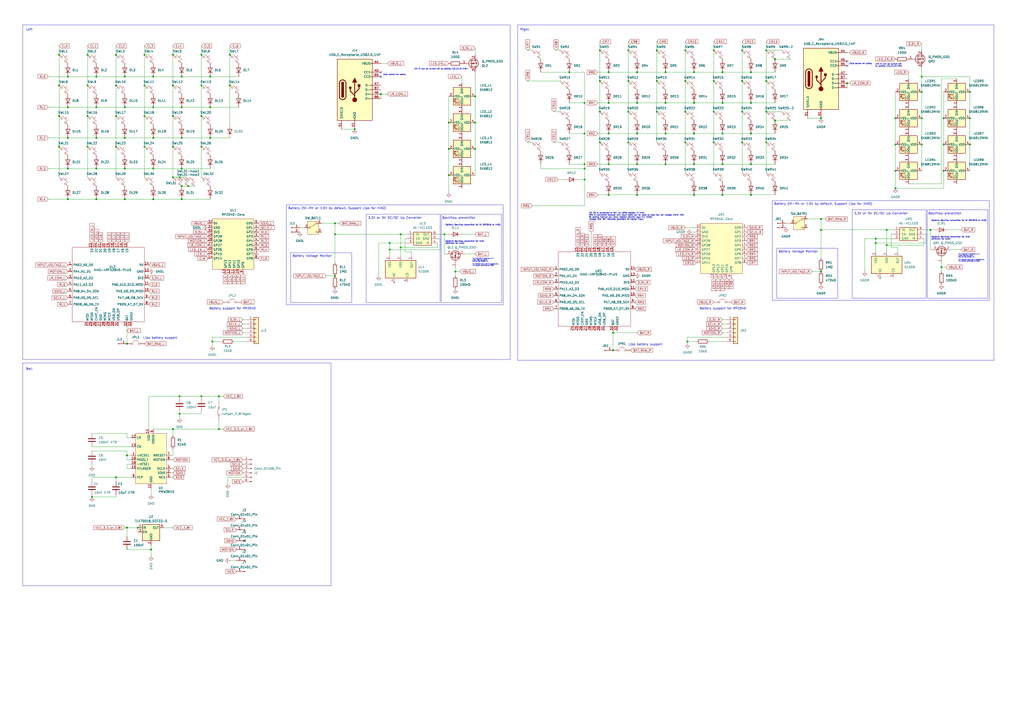
<source format=kicad_sch>
(kicad_sch (version 20231120) (generator "eeschema") (generator_version "8.0")
  (paper "A2")
  (title_block (title "DYA Keyboard") (date "2025-02-16") (rev "1.0") (company "@cormoran707"))
  (junction (at 55.88 44.45))
  (junction (at 260.35 101.6))
  (junction (at 562.61 68.58))
  (junction (at 39.37 62.23))
  (junction (at 72.39 97.79))
  (junction (at 34.29 49.53))
  (junction (at 121.92 62.23))
  (junction (at 339.09 97.79))
  (junction (at 88.9 97.79))
  (junction (at 449.58 69.85))
  (junction (at 419.1 113.03))
  (junction (at 73.66 264.16))
  (junction (at 87.63 318.77))
  (junction (at 435.61 41.91))
  (junction (at 534.67 68.58))
  (junction (at 364.49 29.21))
  (junction (at 444.5 64.77))
  (junction (at 398.78 198.12))
  (junction (at 419.1 77.47))
  (junction (at 275.59 55.88))
  (junction (at 449.58 34.29))
  (junction (at 55.88 80.01))
  (junction (at 444.5 46.99))
  (junction (at 508 138.43))
  (junction (at 226.06 140.97))
  (junction (at 339.09 59.69))
  (junction (at 386.08 95.25))
  (junction (at 369.57 77.47))
  (junction (at 414.02 29.21))
  (junction (at 476.25 68.58))
  (junction (at 381 64.77))
  (junction (at 105.41 44.45))
  (junction (at 444.5 29.21))
  (junction (at 104.14 229.87))
  (junction (at 80.01 306.07))
  (junction (at 39.37 97.79))
  (junction (at 414.02 64.77))
  (junction (at 83.82 49.53))
  (junction (at 435.61 59.69))
  (junction (at 397.51 82.55))
  (junction (at 386.08 59.69))
  (junction (at 330.2 41.91))
  (junction (at 519.43 83.82))
  (junction (at 55.88 115.57))
  (junction (at 88.9 44.45))
  (junction (at 123.19 198.12))
  (junction (at 402.59 77.47))
  (junction (at 381 29.21))
  (junction (at 275.59 71.12))
  (junction (at 127 229.87))
  (junction (at 347.98 82.55))
  (junction (at 430.53 64.77))
  (junction (at 430.53 29.21))
  (junction (at 347.98 46.99))
  (junction (at 353.06 77.47))
  (junction (at 72.39 62.23))
  (junction (at 546.1 154.94))
  (junction (at 264.16 157.48))
  (junction (at 514.35 142.24))
  (junction (at 83.82 85.09))
  (junction (at 402.59 95.25))
  (junction (at 353.06 41.91))
  (junction (at 562.61 53.34))
  (junction (at 534.67 44.45))
  (junction (at 100.33 49.53))
  (junction (at 435.61 95.25))
  (junction (at 133.35 49.53))
  (junction (at 369.57 113.03))
  (junction (at 444.5 82.55))
  (junction (at 67.31 85.09))
  (junction (at 476.25 157.48))
  (junction (at 194.31 160.02))
  (junction (at 104.14 240.03))
  (junction (at 275.59 86.36))
  (junction (at 67.31 49.53))
  (junction (at 364.49 64.77))
  (junction (at 430.53 82.55))
  (junction (at 355.6 203.2))
  (junction (at 34.29 67.31))
  (junction (at 67.31 31.75))
  (junction (at 105.41 115.57))
  (junction (at 260.35 86.36))
  (junction (at 55.88 97.79))
  (junction (at 72.39 80.01))
  (junction (at 67.31 67.31))
  (junction (at 105.41 107.95))
  (junction (at 539.75 133.35))
  (junction (at 257.81 135.89))
  (junction (at 339.09 77.47))
  (junction (at 232.41 143.51))
  (junction (at 430.53 46.99))
  (junction (at 476.25 133.35))
  (junction (at 194.31 135.89))
  (junction (at 100.33 102.87))
  (junction (at 100.33 67.31))
  (junction (at 519.43 68.58))
  (junction (at 72.39 44.45))
  (junction (at 105.41 62.23))
  (junction (at 133.35 31.75))
  (junction (at 100.33 85.09))
  (junction (at 419.1 59.69))
  (junction (at 39.37 115.57))
  (junction (at 414.02 46.99))
  (junction (at 105.41 80.01))
  (junction (at 83.82 67.31))
  (junction (at 353.06 95.25))
  (junction (at 547.37 99.06))
  (junction (at 116.84 67.31))
  (junction (at 353.06 113.03))
  (junction (at 386.08 41.91))
  (junction (at 339.09 104.14))
  (junction (at 347.98 64.77))
  (junction (at 39.37 44.45))
  (junction (at 116.84 31.75))
  (junction (at 402.59 59.69))
  (junction (at 369.57 41.91))
  (junction (at 226.06 144.78))
  (junction (at 50.8 31.75))
  (junction (at 104.14 102.87))
  (junction (at 127 248.92))
  (junction (at 34.29 85.09))
  (junction (at 121.92 44.45))
  (junction (at 364.49 82.55))
  (junction (at 562.61 83.82))
  (junction (at 414.02 82.55))
  (junction (at 369.57 95.25))
  (junction (at 519.43 99.06))
  (junction (at 39.37 80.01))
  (junction (at 347.98 29.21))
  (junction (at 53.34 288.29))
  (junction (at 381 46.99))
  (junction (at 353.06 59.69))
  (junction (at 435.61 113.03))
  (junction (at 50.8 49.53))
  (junction (at 397.51 64.77))
  (junction (at 220.98 54.61))
  (junction (at 100.33 248.92))
  (junction (at 419.1 95.25))
  (junction (at 397.51 46.99))
  (junction (at 514.35 133.35))
  (junction (at 232.41 135.89))
  (junction (at 476.25 127))
  (junction (at 194.31 129.54))
  (junction (at 534.67 83.82))
  (junction (at 435.61 77.47))
  (junction (at 121.92 80.01))
  (junction (at 547.37 68.58))
  (junction (at 386.08 77.47))
  (junction (at 419.1 41.91))
  (junction (at 402.59 113.03))
  (junction (at 73.66 199.39))
  (junction (at 50.8 85.09))
  (junction (at 50.8 67.31))
  (junction (at 34.29 31.75))
  (junction (at 260.35 71.12))
  (junction (at 491.49 48.26))
  (junction (at 67.31 276.86))
  (junction (at 519.43 109.22))
  (junction (at 397.51 29.21))
  (junction (at 100.33 31.75))
  (junction (at 88.9 80.01))
  (junction (at 402.59 41.91))
  (junction (at 116.84 229.87))
  (junction (at 547.37 83.82))
  (junction (at 88.9 62.23))
  (junction (at 205.74 74.93))
  (junction (at 339.09 95.25))
  (junction (at 534.67 53.34))
  (junction (at 109.22 107.95))
  (junction (at 73.66 306.07))
  (junction (at 369.57 59.69))
  (junction (at 116.84 85.09))
  (junction (at 508 140.97))
  (junction (at 55.88 62.23))
  (junction (at 72.39 115.57))
  (junction (at 355.6 193.04))
  (junction (at 116.84 49.53))
  (junction (at 88.9 115.57))
  (junction (at 105.41 97.79))
  (junction (at 83.82 31.75))
  (junction (at 364.49 46.99))
  (no_connect (at 220.98 41.91))
  (no_connect (at 491.49 35.56))
  (no_connect (at 220.98 44.45))
  (no_connect (at 491.49 38.1))
  (wire (pts (xy 67.31 276.86) (xy 76.2 276.86)))
  (wire (pts (xy 342.9 134.62) (xy 342.9 143.51)))
  (wire (pts (xy 339.09 59.69) (xy 339.09 77.47)))
  (wire (pts (xy 105.41 107.95) (xy 109.22 107.95)))
  (wire (pts (xy 73.66 254) (xy 73.66 251.46)))
  (wire (pts (xy 535.94 138.43) (xy 535.94 142.24)))
  (wire (pts (xy 198.12 74.93) (xy 205.74 74.93)))
  (wire (pts (xy 330.2 59.69) (xy 339.09 59.69)))
  (wire (pts (xy 105.41 115.57) (xy 121.92 115.57)))
  (wire (pts (xy 104.14 229.87) (xy 116.84 229.87)))
  (wire (pts (xy 105.41 44.45) (xy 121.92 44.45)))
  (wire (pts (xy 364.49 24.13) (xy 364.49 29.21)))
  (wire (pts (xy 100.33 248.92) (xy 127 248.92)))
  (wire (pts (xy 471.17 157.48) (xy 476.25 157.48)))
  (wire (pts (xy 189.23 160.02) (xy 194.31 160.02)))
  (wire (pts (xy 369.57 193.04) (xy 355.6 193.04)))
  (wire (pts (xy 430.53 29.21) (xy 430.53 46.99)))
  (wire (pts (xy 491.49 48.26) (xy 491.49 50.8)))
  (wire (pts (xy 421.64 193.04) (xy 419.1 193.04)))
  (wire (pts (xy 143.51 193.04) (xy 140.97 193.04)))
  (wire (pts (xy 347.98 64.77) (xy 347.98 82.55)))
  (wire (pts (xy 539.75 144.78) (xy 539.75 133.35)))
  (wire (pts (xy 257.81 147.32) (xy 257.81 135.89)))
  (wire (pts (xy 100.33 271.78) (xy 99.06 271.78)))
  (wire (pts (xy 83.82 26.67) (xy 83.82 31.75)))
  (wire (pts (xy 548.64 154.94) (xy 546.1 154.94)))
  (wire (pts (xy 266.7 157.48) (xy 264.16 157.48)))
  (wire (pts (xy 67.31 279.4) (xy 67.31 276.86)))
  (wire (pts (xy 73.66 251.46) (xy 53.34 251.46)))
  (wire (pts (xy 83.82 49.53) (xy 83.82 67.31)))
  (wire (pts (xy 419.1 95.25) (xy 435.61 95.25)))
  (wire (pts (xy 546.1 45.72) (xy 554.99 45.72)))
  (wire (pts (xy 100.33 276.86) (xy 99.06 276.86)))
  (wire (pts (xy 100.33 260.35) (xy 100.33 264.16)))
  (wire (pts (xy 73.66 189.23) (xy 73.66 199.39)))
  (wire (pts (xy 402.59 59.69) (xy 419.1 59.69)))
  (wire (pts (xy 549.91 133.35) (xy 557.53 133.35)))
  (wire (pts (xy 267.97 135.89) (xy 275.59 135.89)))
  (wire (pts (xy 133.35 31.75) (xy 133.35 49.53)))
  (wire (pts (xy 369.57 41.91) (xy 386.08 41.91)))
  (wire (pts (xy 86.36 229.87) (xy 86.36 248.92)))
  (wire (pts (xy 127 229.87) (xy 127 233.68)))
  (wire (pts (xy 346.71 77.47) (xy 353.06 77.47)))
  (wire (pts (xy 95.25 306.07) (xy 100.33 306.07)))
  (wire (pts (xy 105.41 62.23) (xy 121.92 62.23)))
  (wire (pts (xy 255.27 144.78) (xy 226.06 144.78)))
  (wire (pts (xy 105.41 80.01) (xy 121.92 80.01)))
  (wire (pts (xy 100.33 274.32) (xy 99.06 274.32)))
  (wire (pts (xy 275.59 41.91) (xy 275.59 55.88)))
  (wire (pts (xy 254 140.97) (xy 254 143.51)))
  (wire (pts (xy 254 143.51) (xy 232.41 143.51)))
  (wire (pts (xy 76.2 254) (xy 73.66 254)))
  (wire (pts (xy 414.02 24.13) (xy 414.02 29.21)))
  (wire (pts (xy 546.1 152.4) (xy 546.1 154.94)))
  (wire (pts (xy 264.16 154.94) (xy 264.16 157.48)))
  (wire (pts (xy 435.61 113.03) (xy 449.58 113.03)))
  (wire (pts (xy 527.05 41.91) (xy 527.05 45.72)))
  (wire (pts (xy 267.97 44.45) (xy 267.97 48.26)))
  (wire (pts (xy 364.49 29.21) (xy 364.49 46.99)))
  (wire (pts (xy 127 243.84) (xy 127 248.92)))
  (wire (pts (xy 116.84 85.09) (xy 116.84 102.87)))
  (wire (pts (xy 330.2 77.47) (xy 339.09 77.47)))
  (wire (pts (xy 321.31 64.77) (xy 325.12 64.77)))
  (wire (pts (xy 547.37 68.58) (xy 547.37 83.82)))
  (wire (pts (xy 330.2 41.91) (xy 339.09 41.91)))
  (wire (pts (xy 339.09 77.47) (xy 339.09 95.25)))
  (wire (pts (xy 381 29.21) (xy 381 46.99)))
  (wire (pts (xy 468.63 127) (xy 476.25 127)))
  (wire (pts (xy 186.69 129.54) (xy 194.31 129.54)))
  (wire (pts (xy 430.53 64.77) (xy 430.53 82.55)))
  (wire (pts (xy 353.06 95.25) (xy 369.57 95.25)))
  (wire (pts (xy 435.61 59.69) (xy 449.58 59.69)))
  (wire (pts (xy 100.33 31.75) (xy 100.33 49.53)))
  (wire (pts (xy 541.02 144.78) (xy 539.75 144.78)))
  (wire (pts (xy 259.08 147.32) (xy 257.81 147.32)))
  (wire (pts (xy 104.14 242.57) (xy 104.14 240.03)))
  (wire (pts (xy 491.49 30.48) (xy 492.76 30.48)))
  (wire (pts (xy 501.65 138.43) (xy 508 138.43)))
  (wire (pts (xy 219.71 140.97) (xy 226.06 140.97)))
  (wire (pts (xy 364.49 46.99) (xy 364.49 64.77)))
  (wire (pts (xy 501.65 138.43) (xy 501.65 157.48)))
  (wire (pts (xy 219.71 140.97) (xy 219.71 160.02)))
  (wire (pts (xy 27.94 80.01) (xy 39.37 80.01)))
  (wire (pts (xy 421.64 187.96) (xy 419.1 187.96)))
  (wire (pts (xy 143.51 187.96) (xy 140.97 187.96)))
  (wire (pts (xy 104.14 102.87) (xy 107.95 102.87)))
  (wire (pts (xy 402.59 95.25) (xy 419.1 95.25)))
  (wire (pts (xy 397.51 82.55) (xy 397.51 100.33)))
  (wire (pts (xy 520.7 146.05) (xy 520.7 143.51)))
  (wire (pts (xy 238.76 148.59) (xy 238.76 146.05)))
  (wire (pts (xy 275.59 55.88) (xy 275.59 71.12)))
  (wire (pts (xy 100.33 49.53) (xy 100.33 67.31)))
  (wire (pts (xy 444.5 29.21) (xy 444.5 46.99)))
  (wire (pts (xy 104.14 231.14) (xy 104.14 229.87)))
  (wire (pts (xy 508 138.43) (xy 508 140.97)))
  (wire (pts (xy 226.06 140.97) (xy 226.06 144.78)))
  (wire (pts (xy 123.19 198.12) (xy 128.27 198.12)))
  (wire (pts (xy 402.59 41.91) (xy 419.1 41.91)))
  (wire (pts (xy 322.58 29.21) (xy 325.12 29.21)))
  (wire (pts (xy 335.28 104.14) (xy 339.09 104.14)))
  (wire (pts (xy 53.34 270.51) (xy 53.34 269.24)))
  (wire (pts (xy 100.33 102.87) (xy 104.14 102.87)))
  (wire (pts (xy 449.58 34.29) (xy 458.47 34.29)))
  (wire (pts (xy 346.71 95.25) (xy 353.06 95.25)))
  (wire (pts (xy 275.59 71.12) (xy 275.59 86.36)))
  (wire (pts (xy 313.69 97.79) (xy 339.09 97.79)))
  (wire (pts (xy 534.67 44.45) (xy 562.61 44.45)))
  (wire (pts (xy 50.8 49.53) (xy 50.8 67.31)))
  (wire (pts (xy 355.6 193.04) (xy 355.6 203.2)))
  (wire (pts (xy 508 140.97) (xy 508 146.05)))
  (wire (pts (xy 100.33 85.09) (xy 100.33 102.87)))
  (wire (pts (xy 347.98 46.99) (xy 347.98 64.77)))
  (wire (pts (xy 34.29 67.31) (xy 34.29 85.09)))
  (wire (pts (xy 381 64.77) (xy 381 82.55)))
  (wire (pts (xy 534.67 83.82) (xy 534.67 99.06)))
  (wire (pts (xy 330.2 95.25) (xy 339.09 95.25)))
  (wire (pts (xy 355.6 191.77) (xy 355.6 193.04)))
  (wire (pts (xy 275.59 27.94) (xy 275.59 31.75)))
  (wire (pts (xy 347.98 24.13) (xy 347.98 29.21)))
  (wire (pts (xy 562.61 68.58) (xy 562.61 83.82)))
  (wire (pts (xy 306.07 29.21) (xy 308.61 29.21)))
  (wire (pts (xy 76.2 264.16) (xy 73.66 264.16)))
  (wire (pts (xy 260.35 101.6) (xy 260.35 111.76)))
  (wire (pts (xy 430.53 46.99) (xy 430.53 64.77)))
  (wire (pts (xy 232.41 143.51) (xy 232.41 148.59)))
  (wire (pts (xy 369.57 59.69) (xy 386.08 59.69)))
  (wire (pts (xy 121.92 62.23) (xy 138.43 62.23)))
  (wire (pts (xy 547.37 109.22) (xy 519.43 109.22)))
  (wire (pts (xy 39.37 44.45) (xy 55.88 44.45)))
  (wire (pts (xy 468.63 68.58) (xy 476.25 68.58)))
  (wire (pts (xy 339.09 97.79) (xy 339.09 104.14)))
  (wire (pts (xy 67.31 288.29) (xy 53.34 288.29)))
  (wire (pts (xy 67.31 85.09) (xy 67.31 102.87)))
  (wire (pts (xy 39.37 62.23) (xy 55.88 62.23)))
  (wire (pts (xy 73.66 269.24) (xy 73.66 271.78)))
  (wire (pts (xy 519.43 53.34) (xy 519.43 68.58)))
  (wire (pts (xy 260.35 86.36) (xy 260.35 101.6)))
  (wire (pts (xy 220.98 36.83) (xy 224.79 36.83)))
  (wire (pts (xy 100.33 67.31) (xy 100.33 85.09)))
  (wire (pts (xy 539.75 133.35) (xy 542.29 133.35)))
  (wire (pts (xy 257.81 135.89) (xy 260.35 135.89)))
  (wire (pts (xy 435.61 41.91) (xy 449.58 41.91)))
  (wire (pts (xy 537.21 135.89) (xy 537.21 140.97)))
  (wire (pts (xy 121.92 44.45) (xy 138.43 44.45)))
  (wire (pts (xy 339.09 41.91) (xy 339.09 59.69)))
  (wire (pts (xy 369.57 95.25) (xy 386.08 95.25)))
  (wire (pts (xy 353.06 113.03) (xy 369.57 113.03)))
  (wire (pts (xy 67.31 31.75) (xy 67.31 49.53)))
  (wire (pts (xy 100.33 264.16) (xy 99.06 264.16)))
  (wire (pts (xy 398.78 195.58) (xy 421.64 195.58)))
  (wire (pts (xy 123.19 195.58) (xy 143.51 195.58)))
  (wire (pts (xy 100.33 26.67) (xy 100.33 31.75)))
  (wire (pts (xy 527.05 106.68) (xy 546.1 106.68)))
  (wire (pts (xy 321.31 82.55) (xy 325.12 82.55)))
  (wire (pts (xy 547.37 53.34) (xy 547.37 68.58)))
  (wire (pts (xy 72.39 115.57) (xy 88.9 115.57)))
  (wire (pts (xy 414.02 64.77) (xy 414.02 82.55)))
  (wire (pts (xy 414.02 82.55) (xy 414.02 100.33)))
  (wire (pts (xy 491.49 48.26) (xy 492.76 48.26)))
  (wire (pts (xy 519.43 68.58) (xy 519.43 83.82)))
  (wire (pts (xy 116.84 31.75) (xy 116.84 49.53)))
  (wire (pts (xy 220.98 54.61) (xy 224.79 54.61)))
  (wire (pts (xy 386.08 77.47) (xy 402.59 77.47)))
  (wire (pts (xy 132.08 276.86) (xy 140.97 276.86)))
  (wire (pts (xy 254 138.43) (xy 255.27 138.43)))
  (wire (pts (xy 39.37 97.79) (xy 55.88 97.79)))
  (wire (pts (xy 546.1 106.68) (xy 546.1 45.72)))
  (wire (pts (xy 53.34 259.08) (xy 76.2 259.08)))
  (wire (pts (xy 519.43 99.06) (xy 519.43 109.22)))
  (wire (pts (xy 104.14 229.87) (xy 86.36 229.87)))
  (wire (pts (xy 127 248.92) (xy 129.54 248.92)))
  (wire (pts (xy 535.94 135.89) (xy 537.21 135.89)))
  (wire (pts (xy 100.33 266.7) (xy 99.06 266.7)))
  (wire (pts (xy 87.63 318.77) (xy 87.63 322.58)))
  (wire (pts (xy 53.34 261.62) (xy 73.66 261.62)))
  (wire (pts (xy 381 24.13) (xy 381 29.21)))
  (wire (pts (xy 547.37 83.82) (xy 547.37 99.06)))
  (wire (pts (xy 455.93 129.54) (xy 458.47 129.54)))
  (wire (pts (xy 173.99 132.08) (xy 176.53 132.08)))
  (wire (pts (xy 435.61 77.47) (xy 449.58 77.47)))
  (wire (pts (xy 127 229.87) (xy 129.54 229.87)))
  (wire (pts (xy 105.41 97.79) (xy 121.92 97.79)))
  (wire (pts (xy 562.61 53.34) (xy 562.61 68.58)))
  (wire (pts (xy 313.69 95.25) (xy 313.69 97.79)))
  (wire (pts (xy 430.53 24.13) (xy 430.53 29.21)))
  (wire (pts (xy 73.66 318.77) (xy 87.63 318.77)))
  (wire (pts (xy 73.66 264.16) (xy 73.66 266.7)))
  (wire (pts (xy 67.31 287.02) (xy 67.31 288.29)))
  (wire (pts (xy 27.94 97.79) (xy 39.37 97.79)))
  (wire (pts (xy 419.1 77.47) (xy 435.61 77.47)))
  (wire (pts (xy 87.63 318.77) (xy 87.63 316.23)))
  (wire (pts (xy 347.98 29.21) (xy 347.98 46.99)))
  (wire (pts (xy 562.61 44.45) (xy 562.61 53.34)))
  (wire (pts (xy 520.7 143.51) (xy 516.89 143.51)))
  (wire (pts (xy 238.76 146.05) (xy 234.95 146.05)))
  (wire (pts (xy 444.5 46.99) (xy 444.5 64.77)))
  (wire (pts (xy 67.31 49.53) (xy 67.31 67.31)))
  (wire (pts (xy 421.64 185.42) (xy 419.1 185.42)))
  (wire (pts (xy 143.51 185.42) (xy 140.97 185.42)))
  (wire (pts (xy 55.88 80.01) (xy 72.39 80.01)))
  (wire (pts (xy 419.1 113.03) (xy 435.61 113.03)))
  (wire (pts (xy 88.9 44.45) (xy 105.41 44.45)))
  (wire (pts (xy 347.98 82.55) (xy 347.98 100.33)))
  (wire (pts (xy 109.22 107.95) (xy 113.03 107.95)))
  (wire (pts (xy 27.94 115.57) (xy 39.37 115.57)))
  (wire (pts (xy 50.8 31.75) (xy 50.8 49.53)))
  (wire (pts (xy 88.9 97.79) (xy 105.41 97.79)))
  (wire (pts (xy 444.5 29.21) (xy 453.39 29.21)))
  (wire (pts (xy 27.94 62.23) (xy 39.37 62.23)))
  (wire (pts (xy 539.75 133.35) (xy 535.94 133.35)))
  (wire (pts (xy 257.81 135.89) (xy 254 135.89)))
  (wire (pts (xy 534.67 25.4) (xy 534.67 29.21)))
  (wire (pts (xy 419.1 41.91) (xy 435.61 41.91)))
  (wire (pts (xy 514.35 133.35) (xy 514.35 142.24)))
  (wire (pts (xy 232.41 135.89) (xy 232.41 143.51)))
  (wire (pts (xy 516.89 135.89) (xy 518.16 135.89)))
  (wire (pts (xy 234.95 138.43) (xy 236.22 138.43)))
  (wire (pts (xy 562.61 83.82) (xy 562.61 99.06)))
  (wire (pts (xy 414.02 46.99) (xy 414.02 64.77)))
  (wire (pts (xy 255.27 138.43) (xy 255.27 144.78)))
  (wire (pts (xy 435.61 95.25) (xy 449.58 95.25)))
  (wire (pts (xy 546.1 154.94) (xy 546.1 157.48)))
  (wire (pts (xy 264.16 157.48) (xy 264.16 160.02)))
  (wire (pts (xy 353.06 59.69) (xy 369.57 59.69)))
  (wire (pts (xy 411.48 198.12) (xy 421.64 198.12)))
  (wire (pts (xy 135.89 198.12) (xy 143.51 198.12)))
  (wire (pts (xy 514.35 142.24) (xy 514.35 146.05)))
  (wire (pts (xy 73.66 261.62) (xy 73.66 264.16)))
  (wire (pts (xy 537.21 140.97) (xy 508 140.97)))
  (wire (pts (xy 402.59 113.03) (xy 419.1 113.03)))
  (wire (pts (xy 100.33 248.92) (xy 100.33 252.73)))
  (wire (pts (xy 133.35 325.12) (xy 137.16 325.12)))
  (wire (pts (xy 534.67 68.58) (xy 534.67 83.82)))
  (wire (pts (xy 313.69 41.91) (xy 330.2 41.91)))
  (wire (pts (xy 133.35 49.53) (xy 133.35 72.39)))
  (wire (pts (xy 121.92 80.01) (xy 133.35 80.01)))
  (wire (pts (xy 381 46.99) (xy 381 64.77)))
  (wire (pts (xy 535.94 142.24) (xy 514.35 142.24)))
  (wire (pts (xy 369.57 113.03) (xy 402.59 113.03)))
  (wire (pts (xy 50.8 26.67) (xy 50.8 31.75)))
  (wire (pts (xy 72.39 44.45) (xy 88.9 44.45)))
  (wire (pts (xy 397.51 46.99) (xy 397.51 64.77)))
  (wire (pts (xy 364.49 64.77) (xy 364.49 82.55)))
  (wire (pts (xy 386.08 41.91) (xy 402.59 41.91)))
  (wire (pts (xy 397.51 24.13) (xy 397.51 29.21)))
  (wire (pts (xy 339.09 104.14) (xy 339.09 119.38)))
  (wire (pts (xy 34.29 31.75) (xy 34.29 49.53)))
  (wire (pts (xy 514.35 133.35) (xy 518.16 133.35)))
  (wire (pts (xy 232.41 135.89) (xy 236.22 135.89)))
  (wire (pts (xy 534.67 39.37) (xy 534.67 44.45)))
  (wire (pts (xy 275.59 86.36) (xy 275.59 101.6)))
  (wire (pts (xy 397.51 29.21) (xy 397.51 46.99)))
  (wire (pts (xy 476.25 133.35) (xy 476.25 127)))
  (wire (pts (xy 194.31 135.89) (xy 194.31 129.54)))
  (wire (pts (xy 88.9 248.92) (xy 100.33 248.92)))
  (wire (pts (xy 39.37 80.01) (xy 55.88 80.01)))
  (wire (pts (xy 260.35 71.12) (xy 260.35 86.36)))
  (wire (pts (xy 132.08 280.67) (xy 132.08 276.86)))
  (wire (pts (xy 508 138.43) (xy 518.16 138.43)))
  (wire (pts (xy 226.06 140.97) (xy 236.22 140.97)))
  (wire (pts (xy 80.01 306.07) (xy 80.01 308.61)))
  (wire (pts (xy 306.07 46.99) (xy 325.12 46.99)))
  (wire (pts (xy 220.98 54.61) (xy 220.98 57.15)))
  (wire (pts (xy 414.02 29.21) (xy 414.02 46.99)))
  (wire (pts (xy 123.19 195.58) (xy 123.19 198.12)))
  (wire (pts (xy 104.14 240.03) (xy 104.14 238.76)))
  (wire (pts (xy 398.78 195.58) (xy 398.78 198.12)))
  (wire (pts (xy 116.84 26.67) (xy 116.84 31.75)))
  (wire (pts (xy 534.67 53.34) (xy 534.67 68.58)))
  (wire (pts (xy 55.88 115.57) (xy 72.39 115.57)))
  (wire (pts (xy 364.49 82.55) (xy 364.49 100.33)))
  (wire (pts (xy 476.25 127) (xy 478.79 127)))
  (wire (pts (xy 194.31 129.54) (xy 196.85 129.54)))
  (wire (pts (xy 346.71 113.03) (xy 353.06 113.03)))
  (wire (pts (xy 34.29 26.67) (xy 34.29 31.75)))
  (wire (pts (xy 339.09 95.25) (xy 339.09 97.79)))
  (wire (pts (xy 116.84 49.53) (xy 116.84 67.31)))
  (wire (pts (xy 444.5 64.77) (xy 453.39 64.77)))
  (wire (pts (xy 133.35 26.67) (xy 133.35 31.75)))
  (wire (pts (xy 39.37 115.57) (xy 55.88 115.57)))
  (wire (pts (xy 116.84 67.31) (xy 116.84 85.09)))
  (wire (pts (xy 306.07 82.55) (xy 308.61 82.55)))
  (wire (pts (xy 72.39 80.01) (xy 88.9 80.01)))
  (wire (pts (xy 73.66 306.07) (xy 80.01 306.07)))
  (wire (pts (xy 386.08 95.25) (xy 402.59 95.25)))
  (wire (pts (xy 55.88 97.79) (xy 72.39 97.79)))
  (wire (pts (xy 519.43 83.82) (xy 519.43 99.06)))
  (wire (pts (xy 323.85 104.14) (xy 327.66 104.14)))
  (wire (pts (xy 449.58 69.85) (xy 458.47 69.85)))
  (wire (pts (xy 226.06 144.78) (xy 226.06 148.59)))
  (wire (pts (xy 421.64 190.5) (xy 419.1 190.5)))
  (wire (pts (xy 143.51 190.5) (xy 140.97 190.5)))
  (wire (pts (xy 53.34 276.86) (xy 67.31 276.86)))
  (wire (pts (xy 430.53 82.55) (xy 430.53 100.33)))
  (wire (pts (xy 72.39 62.23) (xy 88.9 62.23)))
  (wire (pts (xy 34.29 85.09) (xy 34.29 102.87)))
  (wire (pts (xy 27.94 44.45) (xy 39.37 44.45)))
  (wire (pts (xy 476.25 133.35) (xy 514.35 133.35)))
  (wire (pts (xy 194.31 135.89) (xy 232.41 135.89)))
  (wire (pts (xy 547.37 99.06) (xy 547.37 109.22)))
  (wire (pts (xy 397.51 64.77) (xy 397.51 82.55)))
  (wire (pts (xy 34.29 49.53) (xy 34.29 67.31)))
  (wire (pts (xy 444.5 64.77) (xy 444.5 82.55)))
  (wire (pts (xy 346.71 59.69) (xy 353.06 59.69)))
  (wire (pts (xy 402.59 77.47) (xy 419.1 77.47)))
  (wire (pts (xy 55.88 44.45) (xy 72.39 44.45)))
  (wire (pts (xy 73.66 271.78) (xy 76.2 271.78)))
  (wire (pts (xy 398.78 198.12) (xy 403.86 198.12)))
  (wire (pts (xy 83.82 31.75) (xy 83.82 49.53)))
  (wire (pts (xy 346.71 41.91) (xy 353.06 41.91)))
  (wire (pts (xy 73.66 311.15) (xy 73.66 306.07)))
  (wire (pts (xy 444.5 82.55) (xy 444.5 100.33)))
  (wire (pts (xy 76.2 269.24) (xy 73.66 269.24)))
  (wire (pts (xy 419.1 59.69) (xy 435.61 59.69)))
  (wire (pts (xy 551.18 144.78) (xy 557.53 144.78)))
  (wire (pts (xy 269.24 147.32) (xy 275.59 147.32)))
  (wire (pts (xy 308.61 119.38) (xy 339.09 119.38)))
  (wire (pts (xy 50.8 85.09) (xy 50.8 102.87)))
  (wire (pts (xy 83.82 85.09) (xy 83.82 102.87)))
  (wire (pts (xy 534.67 44.45) (xy 534.67 53.34)))
  (wire (pts (xy 53.34 288.29) (xy 53.34 287.02)))
  (wire (pts (xy 72.39 97.79) (xy 88.9 97.79)))
  (wire (pts (xy 73.66 266.7) (xy 76.2 266.7)))
  (wire (pts (xy 67.31 26.67) (xy 67.31 31.75)))
  (wire (pts (xy 88.9 80.01) (xy 105.41 80.01)))
  (wire (pts (xy 88.9 62.23) (xy 105.41 62.23)))
  (wire (pts (xy 116.84 240.03) (xy 104.14 240.03)))
  (wire (pts (xy 401.32 134.62) (xy 403.86 134.62)))
  (wire (pts (xy 516.89 143.51) (xy 516.89 135.89)))
  (wire (pts (xy 234.95 146.05) (xy 234.95 138.43)))
  (wire (pts (xy 87.63 287.02) (xy 87.63 283.21)))
  (wire (pts (xy 260.35 55.88) (xy 260.35 71.12)))
  (wire (pts (xy 353.06 77.47) (xy 369.57 77.47)))
  (wire (pts (xy 397.51 132.08) (xy 403.86 132.08)))
  (wire (pts (xy 88.9 115.57) (xy 105.41 115.57)))
  (wire (pts (xy 116.84 238.76) (xy 116.84 240.03)))
  (wire (pts (xy 67.31 67.31) (xy 67.31 85.09)))
  (wire (pts (xy 369.57 77.47) (xy 386.08 77.47)))
  (wire (pts (xy 386.08 59.69) (xy 402.59 59.69)))
  (wire (pts (xy 72.39 306.07) (xy 73.66 306.07)))
  (wire (pts (xy 53.34 279.4) (xy 53.34 276.86)))
  (wire (pts (xy 353.06 41.91) (xy 369.57 41.91)))
  (wire (pts (xy 444.5 24.13) (xy 444.5 29.21)))
  (wire (pts (xy 55.88 62.23) (xy 72.39 62.23)))
  (wire (pts (xy 116.84 231.14) (xy 116.84 229.87)))
  (wire (pts (xy 123.19 198.12) (xy 123.19 200.66)))
  (wire (pts (xy 50.8 67.31) (xy 50.8 85.09)))
  (wire (pts (xy 116.84 229.87) (xy 127 229.87)))
  (wire (pts (xy 476.25 133.35) (xy 476.25 149.86)))
  (wire (pts (xy 194.31 135.89) (xy 194.31 152.4)))
  (wire (pts (xy 83.82 67.31) (xy 83.82 85.09)))
  (wire (pts (xy 398.78 199.39) (xy 398.78 198.12)))
  (rectangle (start 13.208 14.478) (end 295.91 208.534))
  (rectangle (start 168.656 146.558) (end 203.962 175.514))
  (rectangle (start 450.596 144.018) (end 485.902 172.974))
  (rectangle (start 13.208 210.566) (end 192.024 339.852))
  (rectangle (start 256.032 124.206) (end 291.084 175.514))
  (rectangle (start 537.972 121.666) (end 573.024 172.974))
  (rectangle (start 166.116 118.872) (end 291.846 176.784))
  (rectangle (start 448.056 116.332) (end 573.786 174.244))
  (rectangle (start 300.228 14.478) (end 576.58 209.042))
  (rectangle (start 212.344 124.206) (end 255.27 175.514))
  (rectangle (start 494.284 121.666) (end 537.21 172.974))
  (text "Option1: Backflow prevention for 5V (RP2040 or XIAO)" (at 540.258 128.016 0) (effects (font (size 0.762 0.762)) (justify left)))
  (text "Option1: Backflow prevention for 5V (RP2040 or XIAO)" (at 258.318 130.556 0) (effects (font (size 0.762 0.762)) (justify left)))
  (text "Battery (Ni-Mh or 1.5V by default. Support Lipo for XIAO)" (at 477.52 118.364 0) (effects (font (size 1.27 1.27))))
  (text "Battery (Ni-Mh or 1.5V by default. Support Lipo for XIAO)" (at 195.58 120.904 0) (effects (font (size 1.27 1.27))))
  (text "Pin 20 is connected to BAT via 10MΩ register in XIAO.\nRR5 is connected because only input mode can be used to keep max pin voltage within VDD.\nBy setting internal pull down register (Gemini says it's 13kΩ),\nvoltage from BAT becomes ignorable for digital input." (at 341.63 123.19 0) (effects (font (size 0.762 0.762)) (justify left top)))
  (text "Right" (at 304.292 17.272 0) (effects (font (size 1.27 1.27))))
  (text "Cold socket for safety" (at 492.76 36.576 0) (effects (font (size 0.762 0.762)) (justify left top)))
  (text "3.3V or 5V DC/DC Up Converter" (at 511.048 123.952 0) (effects (font (size 1.27 1.27))))
  (text "3.3V or 5V DC/DC Up Converter" (at 229.108 126.492 0) (effects (font (size 1.27 1.27))))
  (text "Ball" (at 17.018 214.122 0) (effects (font (size 1.27 1.27))))
  (text "For XIAO, BAT_R becomes 4.X V\nunder USB bus power\ndue to Lipo charger IC.\n\nFor RP1040-zero, BAT_R becomes 5V.\nIt's directly connected to VBUS." (at 556.006 149.606 0) (effects (font (size 0.508 0.508)) (justify left)))
  (text "For XIAO, BAT_R becomes 4.X V\nunder USB bus power\ndue to Lipo charger IC.\n\nFor RP1040-zero, BAT_R becomes 5V.\nIt's directly connected to VBUS." (at 274.066 152.146 0) (effects (font (size 0.508 0.508)) (justify left)))
  (text "Backflow prevention" (at 548.132 123.952 0) (effects (font (size 1.27 1.27))))
  (text "Backflow prevention" (at 266.192 126.492 0) (effects (font (size 1.27 1.27))))
  (text "Battery support for RP2040" (at 419.354 179.07 0) (effects (font (size 1.27 1.27))))
  (text "Battery support for RP2040" (at 134.874 179.07 0) (effects (font (size 1.27 1.27))))
  (text "Cold socket for safety" (at 222.25 42.926 0) (effects (font (size 0.762 0.762)) (justify left top)))
  (text "LED IC can be turned-off\nby setting LED_EN_R=HIGH" (at 507.746 36.83 0) (effects (font (size 0.762 0.762)) (justify left top)))
  (text "LED IC can be turned-off by setting LED_EN_R=HIGH" (at 240.03 39.624 0) (effects (font (size 0.762 0.762)) (justify left top)))
  (text "Battery Voltage Monitor" (at 463.042 146.05 0) (effects (font (size 1.27 1.27))))
  (text "Battery Voltage Monitor" (at 181.102 148.59 0) (effects (font (size 1.27 1.27))))
  (text "Option2: Backflow prevention for XIAO\n(efficient for 3.3V)" (at 540.258 138.176 0) (effects (font (size 0.762 0.762)) (justify left)))
  (text "Option2: Backflow prevention for XIAO\n(efficient for 3.3V)" (at 258.318 140.716 0) (effects (font (size 0.762 0.762)) (justify left)))
  (text "Lipo battery support" (at 374.396 199.898 0) (effects (font (size 1.27 1.27))))
  (text "Lipo battery support" (at 92.964 196.088 0) (effects (font (size 1.27 1.27))))
  (text "Left" (at 17.018 17.272 0) (effects (font (size 1.27 1.27))))
  (global_label "3.3V_L" (shape input) (at 140.97 185.42 180) (property "Intersheetrefs" "${INTERSHEET_REFS}" (effects (hide yes))))
  (global_label "CR11" (shape input) (at 345.44 143.51 90) (property "Intersheetrefs" "${INTERSHEET_REFS}" (effects (hide yes))))
  (global_label "SDIO_L" (shape input) (at 39.37 168.91 180) (property "Intersheetrefs" "${INTERSHEET_REFS}" (effects (hide yes))))
  (global_label "SCLK_L" (shape input) (at 149.86 132.08 0) (property "Intersheetrefs" "${INTERSHEET_REFS}" (effects (hide yes))))
  (global_label "CR12" (shape input) (at 321.31 82.55 90) (property "Intersheetrefs" "${INTERSHEET_REFS}" (effects (hide yes))))
  (global_label "LED_L" (shape input) (at 120.65 147.32 180) (property "Intersheetrefs" "${INTERSHEET_REFS}" (effects (hide yes))))
  (global_label "CR12" (shape input) (at 430.53 24.13 0) (property "Intersheetrefs" "${INTERSHEET_REFS}" (effects (hide yes))))
  (global_label "CR7" (shape input) (at 433.07 152.4 0) (property "Intersheetrefs" "${INTERSHEET_REFS}" (effects (hide yes))))
  (global_label "CR12" (shape input) (at 340.36 143.51 90) (property "Intersheetrefs" "${INTERSHEET_REFS}" (effects (hide yes))))
  (global_label "RL3" (shape input) (at 27.94 97.79 180) (property "Intersheetrefs" "${INTERSHEET_REFS}" (effects (hide yes))))
  (global_label "CL6" (shape input) (at 58.42 140.97 90) (property "Intersheetrefs" "${INTERSHEET_REFS}" (effects (hide yes))))
  (global_label "VBUS_R" (shape input) (at 492.76 30.48 0) (property "Intersheetrefs" "${INTERSHEET_REFS}" (effects (hide yes))))
  (global_label "RR2" (shape input) (at 433.07 142.24 0) (property "Intersheetrefs" "${INTERSHEET_REFS}" (effects (hide yes))))
  (global_label "VCC_1.8V" (shape input) (at 129.54 229.87 0) (property "Intersheetrefs" "${INTERSHEET_REFS}" (effects (hide yes))))
  (global_label "SDIO_R" (shape input) (at 419.1 190.5 180) (property "Intersheetrefs" "${INTERSHEET_REFS}" (effects (hide yes))))
  (global_label "BAT_R" (shape input) (at 424.18 175.26 0) (property "Intersheetrefs" "${INTERSHEET_REFS}" (effects (hide yes))))
  (global_label "RL0" (shape input) (at 27.94 44.45 180) (property "Intersheetrefs" "${INTERSHEET_REFS}" (effects (hide yes))))
  (global_label "LR_COM_R" (shape input) (at 492.76 48.26 0) (property "Intersheetrefs" "${INTERSHEET_REFS}" (effects (hide yes))))
  (global_label "CR11" (shape input) (at 306.07 82.55 90) (property "Intersheetrefs" "${INTERSHEET_REFS}" (effects (hide yes))))
  (global_label "CR8" (shape input) (at 424.18 161.29 270) (property "Intersheetrefs" "${INTERSHEET_REFS}" (effects (hide yes))))
  (global_label "CL5" (shape input) (at 116.84 26.67 0) (property "Intersheetrefs" "${INTERSHEET_REFS}" (effects (hide yes))))
  (global_label "BAT_R" (shape input) (at 557.53 133.35 0) (property "Intersheetrefs" "${INTERSHEET_REFS}" (effects (hide yes))))
  (global_label "CR8" (shape input) (at 353.06 143.51 90) (property "Intersheetrefs" "${INTERSHEET_REFS}" (effects (hide yes))))
  (global_label "RL4" (shape input) (at 86.36 168.91 0) (property "Intersheetrefs" "${INTERSHEET_REFS}" (effects (hide yes))))
  (global_label "CR8" (shape input) (at 364.49 24.13 0) (property "Intersheetrefs" "${INTERSHEET_REFS}" (effects (hide yes))))
  (global_label "RL1" (shape input) (at 27.94 62.23 180) (property "Intersheetrefs" "${INTERSHEET_REFS}" (effects (hide yes))))
  (global_label "RR4" (shape input) (at 433.07 147.32 0) (property "Intersheetrefs" "${INTERSHEET_REFS}" (effects (hide yes))))
  (global_label "RR5" (shape input) (at 433.07 149.86 0) (property "Intersheetrefs" "${INTERSHEET_REFS}" (effects (hide yes))))
  (global_label "LED_EN_L" (shape input) (at 120.65 144.78 180) (property "Intersheetrefs" "${INTERSHEET_REFS}" (effects (hide yes))))
  (global_label "INPUT_VOLTAGE_R" (shape input) (at 321.31 156.21 180) (property "Intersheetrefs" "${INTERSHEET_REFS}" (effects (hide yes))))
  (global_label "RR3" (shape input) (at 433.07 144.78 0) (property "Intersheetrefs" "${INTERSHEET_REFS}" (effects (hide yes))))
  (global_label "RL4" (shape input) (at 149.86 144.78 0) (property "Intersheetrefs" "${INTERSHEET_REFS}" (effects (hide yes))))
  (global_label "VCC_3.3_or_1.8V" (shape input) (at 72.39 306.07 180) (property "Intersheetrefs" "${INTERSHEET_REFS}" (effects (hide yes))))
  (global_label "RR5" (shape input) (at 342.9 134.62 90) (property "Intersheetrefs" "${INTERSHEET_REFS}" (effects (hide yes))))
  (global_label "RR3" (shape input) (at 368.3 175.26 0) (property "Intersheetrefs" "${INTERSHEET_REFS}" (effects (hide yes))))
  (global_label "CL3" (shape input) (at 83.82 26.67 0) (property "Intersheetrefs" "${INTERSHEET_REFS}" (effects (hide yes))))
  (global_label "CR13" (shape input) (at 368.3 167.64 0) (property "Intersheetrefs" "${INTERSHEET_REFS}" (effects (hide yes))))
  (global_label "RL1" (shape input) (at 39.37 176.53 180) (property "Intersheetrefs" "${INTERSHEET_REFS}" (effects (hide yes))))
  (global_label "BAT_L" (shape input) (at 139.7 175.26 0) (property "Intersheetrefs" "${INTERSHEET_REFS}" (effects (hide yes))))
  (global_label "LED_EN_R" (shape input) (at 403.86 147.32 180) (property "Intersheetrefs" "${INTERSHEET_REFS}" (effects (hide yes))))
  (global_label "RL2" (shape input) (at 149.86 139.7 0) (property "Intersheetrefs" "${INTERSHEET_REFS}" (effects (hide yes))))
  (global_label "SDIO" (shape input) (at 100.33 274.32 0) (property "Intersheetrefs" "${INTERSHEET_REFS}" (effects (hide yes))))
  (global_label "MOTION" (shape input) (at 100.33 266.7 0) (property "Intersheetrefs" "${INTERSHEET_REFS}" (effects (hide yes))))
  (global_label "LR_COM_L" (shape input) (at 39.37 161.29 180) (property "Intersheetrefs" "${INTERSHEET_REFS}" (effects (hide yes))))
  (global_label "CL0" (shape input) (at 86.36 165.1 0) (property "Intersheetrefs" "${INTERSHEET_REFS}" (effects (hide yes))))
  (global_label "LED_EN_L" (shape input) (at 53.34 140.97 90) (property "Intersheetrefs" "${INTERSHEET_REFS}" (effects (hide yes))))
  (global_label "BAT_RAW_R" (shape input) (at 365.76 203.2 0) (property "Intersheetrefs" "${INTERSHEET_REFS}" (effects (hide yes))))
  (global_label "CL6" (shape input) (at 133.35 26.67 0) (property "Intersheetrefs" "${INTERSHEET_REFS}" (effects (hide yes))))
  (global_label "RR1" (shape input) (at 433.07 139.7 0) (property "Intersheetrefs" "${INTERSHEET_REFS}" (effects (hide yes))))
  (global_label "RL2" (shape input) (at 27.94 80.01 180) (property "Intersheetrefs" "${INTERSHEET_REFS}" (effects (hide yes))))
  (global_label "RR4" (shape input) (at 346.71 113.03 180) (property "Intersheetrefs" "${INTERSHEET_REFS}" (effects (hide yes))))
  (global_label "CL5" (shape input) (at 63.5 140.97 90) (property "Intersheetrefs" "${INTERSHEET_REFS}" (effects (hide yes))))
  (global_label "BAT_R" (shape input) (at 557.53 144.78 0) (property "Intersheetrefs" "${INTERSHEET_REFS}" (effects (hide yes))))
  (global_label "MOTION_L" (shape input) (at 140.97 193.04 180) (property "Intersheetrefs" "${INTERSHEET_REFS}" (effects (hide yes))))
  (global_label "RR4" (shape input) (at 368.3 171.45 0) (property "Intersheetrefs" "${INTERSHEET_REFS}" (effects (hide yes))))
  (global_label "SCLK_R" (shape input) (at 321.31 175.26 180) (property "Intersheetrefs" "${INTERSHEET_REFS}" (effects (hide yes))))
  (global_label "SDIO" (shape input) (at 140.97 271.78 180) (property "Intersheetrefs" "${INTERSHEET_REFS}" (effects (hide yes))))
  (global_label "RL0" (shape input) (at 149.86 134.62 0) (property "Intersheetrefs" "${INTERSHEET_REFS}" (effects (hide yes))))
  (global_label "BAT_RAW_L" (shape input) (at 196.85 129.54 0) (property "Intersheetrefs" "${INTERSHEET_REFS}" (effects (hide yes))))
  (global_label "SDIO_R" (shape input) (at 321.31 171.45 180) (property "Intersheetrefs" "${INTERSHEET_REFS}" (effects (hide yes))))
  (global_label "MOTION_R" (shape input) (at 403.86 142.24 180) (property "Intersheetrefs" "${INTERSHEET_REFS}" (effects (hide yes))))
  (global_label "VCC_3.3_or_1.8V" (shape input) (at 140.97 266.7 180) (property "Intersheetrefs" "${INTERSHEET_REFS}" (effects (hide yes))))
  (global_label "CR7" (shape input) (at 306.07 29.21 90) (property "Intersheetrefs" "${INTERSHEET_REFS}" (effects (hide yes))))
  (global_label "CR7" (shape input) (at 347.98 24.13 0) (property "Intersheetrefs" "${INTERSHEET_REFS}" (effects (hide yes))))
  (global_label "VCC_1.8V" (shape input) (at 137.16 300.99 180) (property "Intersheetrefs" "${INTERSHEET_REFS}" (effects (hide yes))))
  (global_label "3.3V_R" (shape input) (at 403.86 137.16 180) (property "Intersheetrefs" "${INTERSHEET_REFS}" (effects (hide yes))))
  (global_label "INPUT_VOLTAGE_L" (shape input) (at 120.65 137.16 180) (property "Intersheetrefs" "${INTERSHEET_REFS}" (effects (hide yes))))
  (global_label "SCLK" (shape input) (at 100.33 271.78 0) (property "Intersheetrefs" "${INTERSHEET_REFS}" (effects (hide yes))))
  (global_label "CR10" (shape input) (at 321.31 64.77 90) (property "Intersheetrefs" "${INTERSHEET_REFS}" (effects (hide yes))))
  (global_label "LED_EN_L" (shape input) (at 260.35 36.83 180) (property "Intersheetrefs" "${INTERSHEET_REFS}" (effects (hide yes))))
  (global_label "MOTION" (shape input) (at 137.16 318.77 180) (property "Intersheetrefs" "${INTERSHEET_REFS}" (effects (hide yes))))
  (global_label "INPUT_VOLTAGE_L" (shape input) (at 39.37 153.67 180) (property "Intersheetrefs" "${INTERSHEET_REFS}" (effects (hide yes))))
  (global_label "RL3" (shape input) (at 86.36 172.72 0) (property "Intersheetrefs" "${INTERSHEET_REFS}" (effects (hide yes))))
  (global_label "LED_R" (shape input) (at 527.05 41.91 180) (property "Intersheetrefs" "${INTERSHEET_REFS}" (effects (hide yes))))
  (global_label "RR5" (shape input) (at 308.61 119.38 180) (property "Intersheetrefs" "${INTERSHEET_REFS}" (effects (hide yes))))
  (global_label "LR_COM_R" (shape input) (at 403.86 144.78 180) (property "Intersheetrefs" "${INTERSHEET_REFS}" (effects (hide yes))))
  (global_label "CL6" (shape input) (at 120.65 149.86 180) (property "Intersheetrefs" "${INTERSHEET_REFS}" (effects (hide yes))))
  (global_label "VBUS_L" (shape input) (at 120.65 129.54 180) (property "Intersheetrefs" "${INTERSHEET_REFS}" (effects (hide yes))))
  (global_label "RR1" (shape input) (at 321.31 179.07 180) (property "Intersheetrefs" "${INTERSHEET_REFS}" (effects (hide yes))))
  (global_label "LED_R" (shape input) (at 403.86 149.86 180) (property "Intersheetrefs" "${INTERSHEET_REFS}" (effects (hide yes))))
  (global_label "RR0" (shape input) (at 346.71 41.91 180) (property "Intersheetrefs" "${INTERSHEET_REFS}" (effects (hide yes))))
  (global_label "LR_COM_L" (shape input) (at 120.65 142.24 180) (property "Intersheetrefs" "${INTERSHEET_REFS}" (effects (hide yes))))
  (global_label "VBUS_R" (shape input) (at 548.64 154.94 0) (property "Intersheetrefs" "${INTERSHEET_REFS}" (effects (hide yes))))
  (global_label "RL1" (shape input) (at 149.86 137.16 0) (property "Intersheetrefs" "${INTERSHEET_REFS}" (effects (hide yes))))
  (global_label "VCC_3.3_or_1.8V" (shape input) (at 129.54 248.92 0) (property "Intersheetrefs" "${INTERSHEET_REFS}" (effects (hide yes))))
  (global_label "CL4" (shape input) (at 66.04 140.97 90) (property "Intersheetrefs" "${INTERSHEET_REFS}" (effects (hide yes))))
  (global_label "MOTION_R" (shape input) (at 321.31 160.02 180) (property "Intersheetrefs" "${INTERSHEET_REFS}" (effects (hide yes))))
  (global_label "INPUT_VOLTAGE_R" (shape input) (at 403.86 139.7 180) (property "Intersheetrefs" "${INTERSHEET_REFS}" (effects (hide yes))))
  (global_label "CR11" (shape input) (at 414.02 24.13 0) (property "Intersheetrefs" "${INTERSHEET_REFS}" (effects (hide yes))))
  (global_label "CL0" (shape input) (at 34.29 26.67 0) (property "Intersheetrefs" "${INTERSHEET_REFS}" (effects (hide yes))))
  (global_label "CL1" (shape input) (at 140.97 158.75 270) (property "Intersheetrefs" "${INTERSHEET_REFS}" (effects (hide yes))))
  (global_label "3.3V_L" (shape input) (at 275.59 27.94 180) (property "Intersheetrefs" "${INTERSHEET_REFS}" (effects (hide yes))))
  (global_label "RL3" (shape input) (at 149.86 142.24 0) (property "Intersheetrefs" "${INTERSHEET_REFS}" (effects (hide yes))))
  (global_label "CR7" (shape input) (at 355.6 143.51 90) (property "Intersheetrefs" "${INTERSHEET_REFS}" (effects (hide yes))))
  (global_label "MOTION_R" (shape input) (at 419.1 193.04 180) (property "Intersheetrefs" "${INTERSHEET_REFS}" (effects (hide yes))))
  (global_label "NCS" (shape input) (at 100.33 276.86 0) (property "Intersheetrefs" "${INTERSHEET_REFS}" (effects (hide yes))))
  (global_label "SDIO" (shape input) (at 137.16 313.69 180) (property "Intersheetrefs" "${INTERSHEET_REFS}" (effects (hide yes))))
  (global_label "SCLK" (shape input) (at 140.97 269.24 180) (property "Intersheetrefs" "${INTERSHEET_REFS}" (effects (hide yes))))
  (global_label "RL4" (shape input) (at 27.94 115.57 180) (property "Intersheetrefs" "${INTERSHEET_REFS}" (effects (hide yes))))
  (global_label "CR9" (shape input) (at 381 24.13 0) (property "Intersheetrefs" "${INTERSHEET_REFS}" (effects (hide yes))))
  (global_label "RL0" (shape input) (at 39.37 165.1 180) (property "Intersheetrefs" "${INTERSHEET_REFS}" (effects (hide yes))))
  (global_label "3.3V_R" (shape input) (at 419.1 185.42 180) (property "Intersheetrefs" "${INTERSHEET_REFS}" (effects (hide yes))))
  (global_label "RR2" (shape input) (at 368.3 179.07 0) (property "Intersheetrefs" "${INTERSHEET_REFS}" (effects (hide yes))))
  (global_label "CR9" (shape input) (at 306.07 46.99 90) (property "Intersheetrefs" "${INTERSHEET_REFS}" (effects (hide yes))))
  (global_label "CR13" (shape input) (at 323.85 104.14 180) (property "Intersheetrefs" "${INTERSHEET_REFS}" (effects (hide yes))))
  (global_label "VBUS_L" (shape input) (at 86.36 153.67 0) (property "Intersheetrefs" "${INTERSHEET_REFS}" (effects (hide yes))))
  (global_label "SCLK_R" (shape input) (at 419.1 187.96 180) (property "Intersheetrefs" "${INTERSHEET_REFS}" (effects (hide yes))))
  (global_label "LR_COM_R" (shape input) (at 321.31 163.83 180) (property "Intersheetrefs" "${INTERSHEET_REFS}" (effects (hide yes))))
  (global_label "VBUS_R" (shape input) (at 397.51 132.08 180) (property "Intersheetrefs" "${INTERSHEET_REFS}" (effects (hide yes))))
  (global_label "SCLK_L" (shape input) (at 39.37 172.72 180) (property "Intersheetrefs" "${INTERSHEET_REFS}" (effects (hide yes))))
  (global_label "RR3" (shape input) (at 346.71 95.25 180) (property "Intersheetrefs" "${INTERSHEET_REFS}" (effects (hide yes))))
  (global_label "VBUS_R" (shape input) (at 414.02 175.26 180) (property "Intersheetrefs" "${INTERSHEET_REFS}" (effects (hide yes))))
  (global_label "CL1" (shape input) (at 73.66 140.97 90) (property "Intersheetrefs" "${INTERSHEET_REFS}" (effects (hide yes))))
  (global_label "SDIO_L" (shape input) (at 140.97 190.5 180) (property "Intersheetrefs" "${INTERSHEET_REFS}" (effects (hide yes))))
  (global_label "BAT_RAW_L" (shape input) (at 83.82 199.39 0) (property "Intersheetrefs" "${INTERSHEET_REFS}" (effects (hide yes))))
  (global_label "SCLK_R" (shape input) (at 433.07 134.62 0) (property "Intersheetrefs" "${INTERSHEET_REFS}" (effects (hide yes))))
  (global_label "3.3V_L" (shape input) (at 86.36 161.29 0) (property "Intersheetrefs" "${INTERSHEET_REFS}" (effects (hide yes))))
  (global_label "3.3V_R" (shape input) (at 368.3 163.83 0) (property "Intersheetrefs" "${INTERSHEET_REFS}" (effects (hide yes))))
  (global_label "BAT_L" (shape input) (at 275.59 147.32 0) (property "Intersheetrefs" "${INTERSHEET_REFS}" (effects (hide yes))))
  (global_label "NCS" (shape input) (at 137.16 331.47 180) (property "Intersheetrefs" "${INTERSHEET_REFS}" (effects (hide yes))))
  (global_label "CL4" (shape input) (at 133.35 158.75 270) (property "Intersheetrefs" "${INTERSHEET_REFS}" (effects (hide yes))))
  (global_label "VBUS_L" (shape input) (at 224.79 36.83 0) (property "Intersheetrefs" "${INTERSHEET_REFS}" (effects (hide yes))))
  (global_label "SCLK_L" (shape input) (at 140.97 187.96 180) (property "Intersheetrefs" "${INTERSHEET_REFS}" (effects (hide yes))))
  (global_label "CL3" (shape input) (at 135.89 158.75 270) (property "Intersheetrefs" "${INTERSHEET_REFS}" (effects (hide yes))))
  (global_label "VBUS_L" (shape input) (at 266.7 157.48 0) (property "Intersheetrefs" "${INTERSHEET_REFS}" (effects (hide yes))))
  (global_label "CR10" (shape input) (at 347.98 143.51 90) (property "Intersheetrefs" "${INTERSHEET_REFS}" (effects (hide yes))))
  (global_label "RR2" (shape input) (at 346.71 77.47 180) (property "Intersheetrefs" "${INTERSHEET_REFS}" (effects (hide yes))))
  (global_label "LED_EN_R" (shape input) (at 519.43 34.29 180) (property "Intersheetrefs" "${INTERSHEET_REFS}" (effects (hide yes))))
  (global_label "VBUS_L" (shape input) (at 129.54 175.26 180) (property "Intersheetrefs" "${INTERSHEET_REFS}" (effects (hide yes))))
  (global_label "BAT_L" (shape input) (at 73.66 191.77 0) (property "Intersheetrefs" "${INTERSHEET_REFS}" (effects (hide yes))))
  (global_label "CL5" (shape input) (at 130.81 158.75 270) (property "Intersheetrefs" "${INTERSHEET_REFS}" (effects (hide yes))))
  (global_label "CL2" (shape input) (at 138.43 158.75 270) (property "Intersheetrefs" "${INTERSHEET_REFS}" (effects (hide yes))))
  (global_label "3.3V_R" (shape input) (at 534.67 25.4 180) (property "Intersheetrefs" "${INTERSHEET_REFS}" (effects (hide yes))))
  (global_label "CR11" (shape input) (at 416.56 161.29 270) (property "Intersheetrefs" "${INTERSHEET_REFS}" (effects (hide yes))))
  (global_label "CL2" (shape input) (at 71.12 140.97 90) (property "Intersheetrefs" "${INTERSHEET_REFS}" (effects (hide yes))))
  (global_label "CR13" (shape input) (at 403.86 152.4 180) (property "Intersheetrefs" "${INTERSHEET_REFS}" (effects (hide yes))))
  (global_label "LED_R" (shape input) (at 337.82 143.51 90) (property "Intersheetrefs" "${INTERSHEET_REFS}" (effects (hide yes))))
  (global_label "CR9" (shape input) (at 421.64 161.29 270) (property "Intersheetrefs" "${INTERSHEET_REFS}" (effects (hide yes))))
  (global_label "RR0" (shape input) (at 433.07 137.16 0) (property "Intersheetrefs" "${INTERSHEET_REFS}" (effects (hide yes))))
  (global_label "RR0" (shape input) (at 321.31 167.64 180) (property "Intersheetrefs" "${INTERSHEET_REFS}" (effects (hide yes))))
  (global_label "MOTION_L" (shape input) (at 39.37 157.48 180) (property "Intersheetrefs" "${INTERSHEET_REFS}" (effects (hide yes))))
  (global_label "CR12" (shape input) (at 414.02 161.29 270) (property "Intersheetrefs" "${INTERSHEET_REFS}" (effects (hide yes))))
  (global_label "MOTION_L" (shape input) (at 120.65 139.7 180) (property "Intersheetrefs" "${INTERSHEET_REFS}" (effects (hide yes))))
  (global_label "LED_EN_R" (shape input) (at 335.28 143.51 90) (property "Intersheetrefs" "${INTERSHEET_REFS}" (effects (hide yes))))
  (global_label "INPUT_VOLTAGE_L" (shape input) (at 189.23 160.02 180) (property "Intersheetrefs" "${INTERSHEET_REFS}" (effects (hide yes))))
  (global_label "MOTION" (shape input) (at 140.97 274.32 180) (property "Intersheetrefs" "${INTERSHEET_REFS}" (effects (hide yes))))
  (global_label "SDIO_L" (shape input) (at 149.86 129.54 0) (property "Intersheetrefs" "${INTERSHEET_REFS}" (effects (hide yes))))
  (global_label "CR10" (shape input) (at 397.51 24.13 0) (property "Intersheetrefs" "${INTERSHEET_REFS}" (effects (hide yes))))
  (global_label "BAT_L" (shape input) (at 275.59 135.89 0) (property "Intersheetrefs" "${INTERSHEET_REFS}" (effects (hide yes))))
  (global_label "VCC_1.8V" (shape input) (at 100.33 306.07 0) (property "Intersheetrefs" "${INTERSHEET_REFS}" (effects (hide yes))))
  (global_label "SCLK" (shape input) (at 137.16 307.34 180) (property "Intersheetrefs" "${INTERSHEET_REFS}" (effects (hide yes))))
  (global_label "BAT_RAW_R" (shape input) (at 478.79 127 0) (property "Intersheetrefs" "${INTERSHEET_REFS}" (effects (hide yes))))
  (global_label "SDIO_R" (shape input) (at 433.07 132.08 0) (property "Intersheetrefs" "${INTERSHEET_REFS}" (effects (hide yes))))
  (global_label "BAT_R" (shape input) (at 369.57 193.04 0) (property "Intersheetrefs" "${INTERSHEET_REFS}" (effects (hide yes))))
  (global_label "CL4" (shape input) (at 100.33 26.67 0) (property "Intersheetrefs" "${INTERSHEET_REFS}" (effects (hide yes))))
  (global_label "NCS" (shape input) (at 140.97 279.4 180) (property "Intersheetrefs" "${INTERSHEET_REFS}" (effects (hide yes))))
  (global_label "CL3" (shape input) (at 68.58 140.97 90) (property "Intersheetrefs" "${INTERSHEET_REFS}" (effects (hide yes))))
  (global_label "CR8" (shape input) (at 322.58 29.21 90) (property "Intersheetrefs" "${INTERSHEET_REFS}" (effects (hide yes))))
  (global_label "INPUT_VOLTAGE_R" (shape input) (at 471.17 157.48 180) (property "Intersheetrefs" "${INTERSHEET_REFS}" (effects (hide yes))))
  (global_label "RR1" (shape input) (at 346.71 59.69 180) (property "Intersheetrefs" "${INTERSHEET_REFS}" (effects (hide yes))))
  (global_label "CL1" (shape input) (at 50.8 26.67 0) (property "Intersheetrefs" "${INTERSHEET_REFS}" (effects (hide yes))))
  (global_label "RL2" (shape input) (at 86.36 176.53 0) (property "Intersheetrefs" "${INTERSHEET_REFS}" (effects (hide yes))))
  (global_label "LED_L" (shape input) (at 267.97 44.45 180) (property "Intersheetrefs" "${INTERSHEET_REFS}" (effects (hide yes))))
  (global_label "LR_COM_L" (shape input) (at 224.79 54.61 0) (property "Intersheetrefs" "${INTERSHEET_REFS}" (effects (hide yes))))
  (global_label "CR13" (shape input) (at 444.5 24.13 0) (property "Intersheetrefs" "${INTERSHEET_REFS}" (effects (hide yes))))
  (global_label "VBUS_R" (shape input) (at 368.3 156.21 0) (property "Intersheetrefs" "${INTERSHEET_REFS}" (effects (hide yes))))
  (global_label "3.3V_L" (shape input) (at 120.65 134.62 180) (property "Intersheetrefs" "${INTERSHEET_REFS}" (effects (hide yes))))
  (global_label "LED_L" (shape input) (at 55.88 140.97 90) (property "Intersheetrefs" "${INTERSHEET_REFS}" (effects (hide yes))))
  (global_label "CL0" (shape input) (at 149.86 149.86 0) (property "Intersheetrefs" "${INTERSHEET_REFS}" (effects (hide yes))))
  (global_label "CR9" (shape input) (at 350.52 143.51 90) (property "Intersheetrefs" "${INTERSHEET_REFS}" (effects (hide yes))))
  (global_label "CL2" (shape input) (at 67.31 26.67 0) (property "Intersheetrefs" "${INTERSHEET_REFS}" (effects (hide yes))))
  (global_label "CR10" (shape input) (at 419.1 161.29 270) (property "Intersheetrefs" "${INTERSHEET_REFS}" (effects (hide yes))))
  (symbol (lib_id "0_dya-kbd:AE-XCL103") (at 525.78 135.89 0) (unit 1)
    (property "Reference" "UR3" (at 527.05 127 0))
    (property "Value" "AE-XCL103" (at 527.05 129.54 0))
    (property "Footprint" "0_dya-kbd:AE-XCL103" (effects (hide yes)))
    (property "Description" "https://akizukidenshi.com/goodsaffix/AE-XCL103-3V3.pdf" (effects (hide yes)))
  )
  (symbol (lib_id "Device:Q_PMOS_GSD") (at 532.13 34.29 0) (mirror x) (unit 1)
    (property "Reference" "QR2" (at 538.48 35.5601 0) (effects (justify left)))
    (property "Value" "Q_PMOS_GSD" (at 538.48 33.0201 0) (effects (justify left)))
    (property "Footprint" "Package_TO_SOT_SMD:SOT-23" (effects (hide yes)))
    (property "Description" "P-MOSFET transistor, gate/source/drain" (effects (hide yes)))
    (property "LCSC" "C15127" (effects (hide yes)))
  )
  (symbol (lib_id "Device:C") (at 53.34 255.27 0) (unit 1)
    (property "Reference" "C5" (at 57.15 253.9999 0) (effects (justify left)))
    (property "Value" "100nF X7R" (at 57.15 256.5399 0) (effects (justify left)))
    (property "Footprint" "Capacitor_SMD:C_0603_1608Metric" (effects (hide yes)))
    (property "Description" "Unpolarized capacitor" (effects (hide yes)))
    (property "LCSC" "C14663" (effects (hide yes)))
  )
  (symbol (lib_id "Switch:SW_Push_45deg") (at 400.05 49.53 0) (unit 1)
    (property "Reference" "SWR14" (at 400.05 44.958 0))
    (property "Value" "SW_Push_45deg" (effects (hide yes)))
    (property "Footprint" "0_MX_Hotswap:MX-Hotswap-1U" (effects (hide yes)))
    (property "Description" "Push button switch, normally open, two pins, 45° tilted" (effects (hide yes)))
  )
  (symbol (lib_id "Switch:SW_Push_45deg") (at 433.07 31.75 0) (unit 1)
    (property "Reference" "SWR8" (at 433.07 27.178 0))
    (property "Value" "SW_Push_45deg" (effects (hide yes)))
    (property "Footprint" "0_MX_Hotswap:MX-Hotswap-1U" (effects (hide yes)))
    (property "Description" "Push button switch, normally open, two pins, 45° tilted" (effects (hide yes)))
  )
  (symbol (lib_id "Switch:SW_SPDT") (at 181.61 132.08 0) (unit 1)
    (property "Reference" "SW_BATL1" (at 181.61 126.492 0))
    (property "Value" "SW_SPDT" (effects (hide yes)))
    (property "Footprint" "0_kbd_Parts:TGSW_MSK-12D19" (effects (hide yes)))
    (property "Description" "Switch, single pole double throw" (effects (hide yes)))
  )
  (symbol (lib_id "Device:D") (at 331.47 104.14 180) (unit 1)
    (property "Reference" "DR42" (at 331.47 100.33 0))
    (property "Value" "D" (effects (hide yes)))
    (property "Footprint" "Diode_SMD:D_SOD-123" (effects (hide yes)))
    (property "Description" "Diode" (effects (hide yes)))
    (property "Sim.Device" "D" (effects (hide yes)))
    (property "Sim.Pins" "1=K 2=A" (effects (hide yes)))
    (property "LCSC" "C81598" (effects (hide yes)))
  )
  (symbol (lib_id "Switch:SW_Push_45deg") (at 447.04 49.53 0) (unit 1)
    (property "Reference" "SWR17" (at 447.04 44.958 0))
    (property "Value" "SW_Push_45deg" (effects (hide yes)))
    (property "Footprint" "0_MX_Hotswap:MX-Hotswap-1U" (effects (hide yes)))
    (property "Description" "Push button switch, normally open, two pins, 45° tilted" (effects (hide yes)))
  )
  (symbol (lib_id "Jumper:Jumper_2_Open") (at 419.1 175.26 0) (unit 1) (exclude_from_sim yes)
    (property "Reference" "JPR2" (at 419.1 171.45 0))
    (property "Value" "Jumper_2_Open" (effects (hide yes)))
    (property "Footprint" "Jumper:SolderJumper-2_P1.3mm_Open_RoundedPad1.0x1.5mm" (effects (hide yes)))
    (property "Description" "Jumper, 2-pole, open" (effects (hide yes)))
  )
  (symbol (lib_id "Connector_Generic:Conn_01x06") (at 148.59 190.5 0) (unit 1)
    (property "Reference" "JL3" (at 151.13 191.7699 0) (effects (justify left)))
    (property "Value" "Conn_01x04" (effects (hide yes)))
    (property "Footprint" "0_dya-kbd:JUSHUO-AFH34-S06FIA-1H" (effects (hide yes)))
    (property "Description" "Generic connector, single row, 01x06, script generated (kicad-library-utils/schlib/autogen/connector/)" (effects (hide yes)))
    (property "LCSC" "C5139821" (effects (hide yes)))
  )
  (symbol (lib_id "Device:D") (at 39.37 40.64 90) (unit 1)
    (property "Reference" "DL1" (at 41.91 40.6399 90) (effects (justify right)))
    (property "Value" "D" (effects (hide yes)))
    (property "Footprint" "Diode_SMD:D_SOD-123" (effects (hide yes)))
    (property "Description" "Diode" (effects (hide yes)))
    (property "Sim.Device" "D" (effects (hide yes)))
    (property "Sim.Pins" "1=K 2=A" (effects (hide yes)))
    (property "LCSC" "C81598" (effects (hide yes)))
  )
  (symbol (lib_id "Switch:SW_Push_45deg") (at 350.52 85.09 0) (unit 1)
    (property "Reference" "SWR28" (at 350.52 80.518 0))
    (property "Value" "SW_Push_45deg" (effects (hide yes)))
    (property "Footprint" "0_MX_Hotswap:MX-Hotswap-1U" (effects (hide yes)))
    (property "Description" "Push button switch, normally open, two pins, 45° tilted" (effects (hide yes)))
  )
  (symbol (lib_id "Jumper:Jumper_2_Open") (at 134.62 175.26 0) (unit 1) (exclude_from_sim yes)
    (property "Reference" "JPL2" (at 134.62 171.45 0))
    (property "Value" "Jumper_2_Open" (effects (hide yes)))
    (property "Footprint" "Jumper:SolderJumper-2_P1.3mm_Open_RoundedPad1.0x1.5mm" (effects (hide yes)))
    (property "Description" "Jumper, 2-pole, open" (effects (hide yes)))
  )
  (symbol (lib_id "Connector:Conn_01x01_Pin") (at 142.24 318.77 180) (unit 1)
    (property "Reference" "J6" (at 141.605 313.69 0))
    (property "Value" "Conn_01x01_Pin" (at 141.605 316.23 0))
    (property "Footprint" "TestPoint:TestPoint_Pad_D1.0mm" (effects (hide yes)))
    (property "Description" "Generic connector, single row, 01x01, script generated" (effects (hide yes)))
  )
  (symbol (lib_id "Device:D") (at 121.92 93.98 90) (unit 1)
    (property "Reference" "DL26" (at 124.46 93.9799 90) (effects (justify right)))
    (property "Value" "D" (effects (hide yes)))
    (property "Footprint" "Diode_SMD:D_SOD-123" (effects (hide yes)))
    (property "Description" "Diode" (effects (hide yes)))
    (property "Sim.Device" "D" (effects (hide yes)))
    (property "Sim.Pins" "1=K 2=A" (effects (hide yes)))
    (property "LCSC" "C81598" (effects (hide yes)))
  )
  (symbol (lib_id "Device:R") (at 264.16 36.83 90) (unit 1)
    (property "Reference" "RL4" (at 264.16 30.48 90))
    (property "Value" "100Ω" (at 264.16 33.02 90))
    (property "Footprint" "Resistor_SMD:R_0805_2012Metric" (effects (hide yes)))
    (property "Description" "Resistor" (effects (hide yes)))
    (property "LCSC" "C17408" (effects (hide yes)))
  )
  (symbol (lib_id "Device:D") (at 39.37 93.98 90) (unit 1)
    (property "Reference" "DL21" (at 41.91 93.9799 90) (effects (justify right)))
    (property "Value" "D" (effects (hide yes)))
    (property "Footprint" "Diode_SMD:D_SOD-123" (effects (hide yes)))
    (property "Description" "Diode" (effects (hide yes)))
    (property "Sim.Device" "D" (effects (hide yes)))
    (property "Sim.Pins" "1=K 2=A" (effects (hide yes)))
    (property "LCSC" "C81598" (effects (hide yes)))
  )
  (symbol (lib_id "Device:D") (at 449.58 55.88 90) (unit 1)
    (property "Reference" "DR17" (at 452.12 55.8799 90) (effects (justify right)))
    (property "Value" "D" (effects (hide yes)))
    (property "Footprint" "Diode_SMD:D_SOD-123" (effects (hide yes)))
    (property "Description" "Diode" (effects (hide yes)))
    (property "Sim.Device" "D" (effects (hide yes)))
    (property "Sim.Pins" "1=K 2=A" (effects (hide yes)))
    (property "LCSC" "C81598" (effects (hide yes)))
  )
  (symbol (lib_id "LED:SK6812MINI") (at 527.05 68.58 270) (unit 1)
    (property "Reference" "LEDR2" (at 539.75 62.2614 90))
    (property "Value" "SK6812MINI" (at 539.75 64.8014 90))
    (property "Footprint" "0_dya-kbd:LED_SK6812MINI-E_BL" (effects (hide yes)))
    (property "Datasheet" "https://cdn-shop.adafruit.com/product-files/2686/SK6812MINI_REV.01-1-2.pdf" (effects (hide yes)))
    (property "Description" "RGB LED with integrated controller" (effects (hide yes)))
    (property "LCSC" "C5149201" (effects (hide yes)))
  )
  (symbol (lib_id "0_dya-kbd:RP2040-Zero") (at 417.83 143.51 0) (unit 1)
    (property "Reference" "UR1" (at 418.465 124.46 0))
    (property "Value" "RP2040-Zero" (at 418.465 127 0))
    (property "Footprint" "0_dya-kbd:RP2040-Zero" (effects (hide yes)))
  )
  (symbol (lib_id "Switch:SW_Push_45deg") (at 135.89 34.29 0) (unit 1)
    (property "Reference" "SWL7" (at 135.89 29.718 0))
    (property "Value" "SW_Push_45deg" (effects (hide yes)))
    (property "Footprint" "0_MX_Hotswap:MX-Hotswap-1U" (effects (hide yes)))
    (property "Description" "Push button switch, normally open, two pins, 45° tilted" (effects (hide yes)))
    (property "LCSC" "C41430893" (effects (hide yes)))
  )
  (symbol (lib_id "Switch:SW_Push_45deg") (at 447.04 31.75 0) (unit 1)
    (property "Reference" "SWR9" (at 447.04 27.178 0))
    (property "Value" "SW_Push_45deg" (effects (hide yes)))
    (property "Footprint" "0_MX_Hotswap:MX-Hotswap-1U" (effects (hide yes)))
    (property "Description" "Push button switch, normally open, two pins, 45° tilted" (effects (hide yes)))
  )
  (symbol (lib_id "Device:Q_PMOS_GSD") (at 264.16 149.86 90) (unit 1)
    (property "Reference" "QL1" (at 261.366 143.51 90))
    (property "Value" "Q_PMOS_GSD" (at 270.002 143.51 90))
    (property "Footprint" "Package_TO_SOT_SMD:SOT-23" (effects (hide yes)))
    (property "Description" "P-MOSFET transistor, gate/source/drain" (effects (hide yes)))
    (property "LCSC" "C15127" (effects (hide yes)))
  )
  (symbol (lib_id "Switch:SW_Push_45deg") (at 36.83 105.41 0) (unit 1)
    (property "Reference" "SWL27" (at 36.83 100.838 0))
    (property "Value" "SW_Push_45deg" (effects (hide yes)))
    (property "Footprint" "0_MX_Hotswap:MX-Hotswap-1.25U" (effects (hide yes)))
    (property "Description" "Push button switch, normally open, two pins, 45° tilted" (effects (hide yes)))
    (property "LCSC" "C41430893" (effects (hide yes)))
  )
  (symbol (lib_id "Device:D") (at 369.57 38.1 90) (unit 1)
    (property "Reference" "DR4" (at 372.11 38.0999 90) (effects (justify right)))
    (property "Value" "D" (effects (hide yes)))
    (property "Footprint" "Diode_SMD:D_SOD-123" (effects (hide yes)))
    (property "Description" "Diode" (effects (hide yes)))
    (property "Sim.Device" "D" (effects (hide yes)))
    (property "Sim.Pins" "1=K 2=A" (effects (hide yes)))
    (property "LCSC" "C81598" (effects (hide yes)))
  )
  (symbol (lib_id "power:GND") (at 87.63 322.58 0) (unit 1)
    (property "Reference" "#PWR01" (effects (hide yes)))
    (property "Value" "GND" (at 87.6299 326.39 90) (effects (justify right)))
    (property "Description" "Power symbol creates a global label with name \"GND\" , ground" (effects (hide yes)))
  )
  (symbol (lib_id "Switch:SW_Push_45deg") (at 69.85 105.41 0) (unit 1)
    (property "Reference" "SWL29" (at 69.85 100.838 0))
    (property "Value" "SW_Push_45deg" (effects (hide yes)))
    (property "Footprint" "0_MX_Hotswap:MX-Hotswap-1.25U" (effects (hide yes)))
    (property "Description" "Push button switch, normally open, two pins, 45° tilted" (effects (hide yes)))
    (property "LCSC" "C41430893" (effects (hide yes)))
  )
  (symbol (lib_id "Device:R") (at 100.33 256.54 180) (unit 1)
    (property "Reference" "R1" (at 102.87 255.2699 0) (effects (justify right)))
    (property "Value" "51kΩ" (at 102.87 257.8099 0) (effects (justify right)))
    (property "Footprint" "Resistor_SMD:R_0603_1608Metric" (effects (hide yes)))
    (property "Description" "Resistor" (effects (hide yes)))
    (property "LCSC" "C23196" (effects (hide yes)))
  )
  (symbol (lib_id "Switch:SW_Push_45deg") (at 350.52 49.53 0) (unit 1)
    (property "Reference" "SWR11" (at 350.52 44.958 0))
    (property "Value" "SW_Push_45deg" (effects (hide yes)))
    (property "Footprint" "0_MX_Hotswap:MX-Hotswap-1U" (effects (hide yes)))
    (property "Description" "Push button switch, normally open, two pins, 45° tilted" (effects (hide yes)))
  )
  (symbol (lib_id "Device:D") (at 402.59 109.22 90) (unit 1)
    (property "Reference" "DR38" (at 405.13 109.2199 90) (effects (justify right)))
    (property "Value" "D" (effects (hide yes)))
    (property "Footprint" "Diode_SMD:D_SOD-123" (effects (hide yes)))
    (property "Description" "Diode" (effects (hide yes)))
    (property "Sim.Device" "D" (effects (hide yes)))
    (property "Sim.Pins" "1=K 2=A" (effects (hide yes)))
    (property "LCSC" "C81598" (effects (hide yes)))
  )
  (symbol (lib_id "Regulator_Linear:TLV70018_SOT23-5") (at 87.63 308.61 0) (unit 1)
    (property "Reference" "U2" (at 87.63 299.72 0))
    (property "Value" "TLV70018_SOT23-5" (at 87.63 302.26 0))
    (property "Footprint" "Package_TO_SOT_SMD:SOT-23-5" (effects (hide yes)))
    (property "Datasheet" "http://www.ti.com/lit/ds/symlink/tlv700.pdf" (effects (hide yes)))
    (property "Description" "200mA Low Dropout Voltage Regulator, Fixed Output 1.8V, SOT-23-5" (effects (hide yes)))
    (property "LCSC" "C79924" (effects (hide yes)))
  )
  (symbol (lib_id "Switch:SW_Push_45deg") (at 367.03 49.53 0) (unit 1)
    (property "Reference" "SWR12" (at 367.03 44.958 0))
    (property "Value" "SW_Push_45deg" (effects (hide yes)))
    (property "Footprint" "0_MX_Hotswap:MX-Hotswap-1U" (effects (hide yes)))
    (property "Description" "Push button switch, normally open, two pins, 45° tilted" (effects (hide yes)))
  )
  (symbol (lib_id "power:GND") (at 368.3 160.02 90) (unit 1)
    (property "Reference" "#GNDR05" (effects (hide yes)))
    (property "Value" "GNDR" (at 372.11 160.0199 90) (effects (justify right)))
    (property "Description" "Power symbol creates a global label with name \"GND\" , ground" (effects (hide yes)))
  )
  (symbol (lib_id "Switch:SW_Push_45deg") (at 311.15 85.09 0) (unit 1)
    (property "Reference" "SWR26" (at 311.15 80.518 0))
    (property "Value" "SW_Push_45deg" (effects (hide yes)))
    (property "Footprint" "0_MX_Hotswap:MX-Hotswap-1U" (effects (hide yes)))
    (property "Description" "Push button switch, normally open, two pins, 45° tilted" (effects (hide yes)))
  )
  (symbol (lib_id "Device:D") (at 105.41 93.98 90) (unit 1)
    (property "Reference" "DL25" (at 107.95 93.9799 90) (effects (justify right)))
    (property "Value" "D" (effects (hide yes)))
    (property "Footprint" "Diode_SMD:D_SOD-123" (effects (hide yes)))
    (property "Description" "Diode" (effects (hide yes)))
    (property "Sim.Device" "D" (effects (hide yes)))
    (property "Sim.Pins" "1=K 2=A" (effects (hide yes)))
    (property "LCSC" "C81598" (effects (hide yes)))
  )
  (symbol (lib_id "Switch:SW_Push_45deg") (at 135.89 52.07 0) (unit 1)
    (property "Reference" "SWL14" (at 135.89 47.498 0))
    (property "Value" "SW_Push_45deg" (effects (hide yes)))
    (property "Footprint" "0_MX_Hotswap:MX-Hotswap-1U" (effects (hide yes)))
    (property "Description" "Push button switch, normally open, two pins, 45° tilted" (effects (hide yes)))
    (property "LCSC" "C41430893" (effects (hide yes)))
  )
  (symbol (lib_id "Switch:SW_Push_45deg") (at 53.34 52.07 0) (unit 1)
    (property "Reference" "SWL9" (at 53.34 47.498 0))
    (property "Value" "SW_Push_45deg" (effects (hide yes)))
    (property "Footprint" "0_MX_Hotswap:MX-Hotswap-1U" (effects (hide yes)))
    (property "Description" "Push button switch, normally open, two pins, 45° tilted" (effects (hide yes)))
    (property "LCSC" "C41430893" (effects (hide yes)))
  )
  (symbol (lib_id "0_dya-kbd:RP2040-Zero") (at 134.62 140.97 0) (unit 1)
    (property "Reference" "UL1" (at 135.255 121.92 0))
    (property "Value" "RP2040-Zero" (at 135.255 124.46 0))
    (property "Footprint" "0_dya-kbd:RP2040-Zero" (effects (hide yes)))
  )
  (symbol (lib_id "Device:D") (at 72.39 40.64 90) (unit 1)
    (property "Reference" "DL3" (at 74.93 40.6399 90) (effects (justify right)))
    (property "Value" "D" (effects (hide yes)))
    (property "Footprint" "Diode_SMD:D_SOD-123" (effects (hide yes)))
    (property "Description" "Diode" (effects (hide yes)))
    (property "Sim.Device" "D" (effects (hide yes)))
    (property "Sim.Pins" "1=K 2=A" (effects (hide yes)))
    (property "LCSC" "C81598" (effects (hide yes)))
  )
  (symbol (lib_id "Connector:Conn_01x06_Pin") (at 146.05 271.78 0) (mirror y) (unit 1)
    (property "Reference" "J1" (at 147.32 274.3201 0) (effects (justify right)))
    (property "Value" "Conn_01x06_Pin" (at 147.32 271.7801 0) (effects (justify right)))
    (property "Footprint" "0_pmw3610-breakout:JUSHUO-AFH34-S06FIA-1H" (effects (hide yes)))
    (property "Description" "Generic connector, single row, 01x06, script generated" (effects (hide yes)))
    (property "LCSC" "C5139821" (effects (hide yes)))
  )
  (symbol (lib_id "Device:D") (at 402.59 73.66 90) (unit 1)
    (property "Reference" "DR22" (at 405.13 73.6599 90) (effects (justify right)))
    (property "Value" "D" (effects (hide yes)))
    (property "Footprint" "Diode_SMD:D_SOD-123" (effects (hide yes)))
    (property "Description" "Diode" (effects (hide yes)))
    (property "Sim.Device" "D" (effects (hide yes)))
    (property "Sim.Pins" "1=K 2=A" (effects (hide yes)))
    (property "LCSC" "C81598" (effects (hide yes)))
  )
  (symbol (lib_id "Switch:SW_Push_45deg") (at 119.38 87.63 0) (unit 1)
    (property "Reference" "SWL26" (at 119.38 83.058 0))
    (property "Value" "SW_Push_45deg" (effects (hide yes)))
    (property "Footprint" "0_MX_Hotswap:MX-Hotswap-1U" (effects (hide yes)))
    (property "Description" "Push button switch, normally open, two pins, 45° tilted" (effects (hide yes)))
    (property "LCSC" "C41430893" (effects (hide yes)))
  )
  (symbol (lib_id "Device:D") (at 330.2 73.66 90) (unit 1)
    (property "Reference" "DR18" (at 332.74 73.6599 90) (effects (justify right)))
    (property "Value" "D" (effects (hide yes)))
    (property "Footprint" "Diode_SMD:D_SOD-123" (effects (hide yes)))
    (property "Description" "Diode" (effects (hide yes)))
    (property "Sim.Device" "D" (effects (hide yes)))
    (property "Sim.Pins" "1=K 2=A" (effects (hide yes)))
    (property "LCSC" "C81598" (effects (hide yes)))
  )
  (symbol (lib_id "LED:SK6812MINI") (at 527.05 99.06 270) (unit 1)
    (property "Reference" "LEDR4" (at 539.75 92.7414 90))
    (property "Value" "SK6812MINI" (at 539.75 95.2814 90))
    (property "Footprint" "0_dya-kbd:LED_SK6812MINI-E_BL" (effects (hide yes)))
    (property "Datasheet" "https://cdn-shop.adafruit.com/product-files/2686/SK6812MINI_REV.01-1-2.pdf" (effects (hide yes)))
    (property "Description" "RGB LED with integrated controller" (effects (hide yes)))
    (property "LCSC" "C5149201" (effects (hide yes)))
  )
  (symbol (lib_id "LED:SK6812MINI") (at 267.97 71.12 270) (unit 1)
    (property "Reference" "LED_L2" (at 281.94 64.77 90))
    (property "Value" "SK6812" (at 281.94 67.31 90))
    (property "Footprint" "0_dya-kbd:LED_SK6812MINI-E_BL" (effects (hide yes)))
    (property "Datasheet" "https://cdn-shop.adafruit.com/product-files/2686/SK6812MINI_REV.01-1-2.pdf" (effects (hide yes)))
    (property "Description" "RGB LED with integrated controller" (effects (hide yes)))
    (property "LCSC" "C5149201" (effects (hide yes)))
  )
  (symbol (lib_id "Device:D") (at 121.92 40.64 90) (unit 1)
    (property "Reference" "DL6" (at 124.46 40.6399 90) (effects (justify right)))
    (property "Value" "D" (effects (hide yes)))
    (property "Footprint" "Diode_SMD:D_SOD-123" (effects (hide yes)))
    (property "Description" "Diode" (effects (hide yes)))
    (property "Sim.Device" "D" (effects (hide yes)))
    (property "Sim.Pins" "1=K 2=A" (effects (hide yes)))
    (property "LCSC" "C81598" (effects (hide yes)))
  )
  (symbol (lib_id "LED:SK6812MINI") (at 554.99 83.82 270) (unit 1)
    (property "Reference" "LEDR7" (at 567.69 77.5014 90))
    (property "Value" "SK6812MINI" (at 567.69 80.0414 90))
    (property "Footprint" "0_dya-kbd:LED_SK6812MINI-E_BL" (effects (hide yes)))
    (property "Datasheet" "https://cdn-shop.adafruit.com/product-files/2686/SK6812MINI_REV.01-1-2.pdf" (effects (hide yes)))
    (property "Description" "RGB LED with integrated controller" (effects (hide yes)))
    (property "LCSC" "C5149201" (effects (hide yes)))
  )
  (symbol (lib_id "Switch:SW_Push_45deg") (at 102.87 52.07 0) (unit 1)
    (property "Reference" "SWL12" (at 102.87 47.498 0))
    (property "Value" "SW_Push_45deg" (effects (hide yes)))
    (property "Footprint" "0_MX_Hotswap:MX-Hotswap-1U" (effects (hide yes)))
    (property "Description" "Push button switch, normally open, two pins, 45° tilted" (effects (hide yes)))
    (property "LCSC" "C41430893" (effects (hide yes)))
  )
  (symbol (lib_id "Switch:SW_Push_45deg") (at 311.15 31.75 0) (unit 1)
    (property "Reference" "SWR1" (at 311.15 27.178 0))
    (property "Value" "SW_Push_45deg" (effects (hide yes)))
    (property "Footprint" "0_MX_Hotswap:MX-Hotswap-1U" (effects (hide yes)))
    (property "Description" "Push button switch, normally open, two pins, 45° tilted" (effects (hide yes)))
  )
  (symbol (lib_id "Device:R") (at 264.16 163.83 0) (unit 1)
    (property "Reference" "RL3" (at 266.7 162.5599 0) (effects (justify left)))
    (property "Value" "100kΩ" (at 266.7 165.0999 0) (effects (justify left)))
    (property "Footprint" "Resistor_SMD:R_0805_2012Metric" (effects (hide yes)))
    (property "Description" "Resistor" (effects (hide yes)))
    (property "LCSC" "C149504" (effects (hide yes)))
  )
  (symbol (lib_id "power:GND") (at 104.14 242.57 0) (unit 1)
    (property "Reference" "#PWR08" (effects (hide yes)))
    (property "Value" "GND" (at 104.14 247.65 0))
    (property "Description" "Power symbol creates a global label with name \"GND\" , ground" (effects (hide yes)))
  )
  (symbol (lib_id "Switch:SW_Push_45deg") (at 327.66 85.09 0) (unit 1)
    (property "Reference" "SWR27" (at 327.66 80.518 0))
    (property "Value" "SW_Push_45deg" (effects (hide yes)))
    (property "Footprint" "0_MX_Hotswap:MX-Hotswap-1U" (effects (hide yes)))
    (property "Description" "Push button switch, normally open, two pins, 45° tilted" (effects (hide yes)))
  )
  (symbol (lib_id "Switch:SW_Push_45deg") (at 106.68 105.41 0) (unit 1)
    (property "Reference" "SWL31-hole1" (at 109.22 99.314 0))
    (property "Value" "SW_Push_45deg" (effects (hide yes)))
    (property "Footprint" "0_MX_Hotswap:MX-Hotswap-2.75U-ReversedStabilizers" (effects (hide yes)))
    (property "Description" "Push button switch, normally open, two pins, 45° tilted" (effects (hide yes)))
  )
  (symbol (lib_id "Device:D") (at 402.59 55.88 90) (unit 1)
    (property "Reference" "DR14" (at 405.13 55.8799 90) (effects (justify right)))
    (property "Value" "D" (effects (hide yes)))
    (property "Footprint" "Diode_SMD:D_SOD-123" (effects (hide yes)))
    (property "Description" "Diode" (effects (hide yes)))
    (property "Sim.Device" "D" (effects (hide yes)))
    (property "Sim.Pins" "1=K 2=A" (effects (hide yes)))
    (property "LCSC" "C81598" (effects (hide yes)))
  )
  (symbol (lib_id "Switch:SW_Push_45deg") (at 416.56 102.87 0) (unit 1)
    (property "Reference" "SWR39" (at 416.56 98.298 0))
    (property "Value" "SW_Push_45deg" (effects (hide yes)))
    (property "Footprint" "0_MX_Hotswap:MX-Hotswap-1U" (effects (hide yes)))
    (property "Description" "Push button switch, normally open, two pins, 45° tilted" (effects (hide yes)))
  )
  (symbol (lib_id "power:GND") (at 501.65 157.48 0) (unit 1)
    (property "Reference" "#GNDR02" (effects (hide yes)))
    (property "Value" "GNDR" (at 501.65 162.56 0))
    (property "Description" "Power symbol creates a global label with name \"GND\" , ground" (effects (hide yes)))
  )
  (symbol (lib_id "0_dya-kbd:S1009") (at 232.41 156.21 180) (unit 1)
    (property "Reference" "UL4" (at 242.57 154.9399 0) (effects (justify right)))
    (property "Value" "S1009" (at 242.57 157.4799 0) (effects (justify right)))
    (property "Footprint" "Package_TO_SOT_SMD:SOT-23-5" (effects (hide yes)))
    (property "Datasheet" "https://www.ablic.com/jp/doc/datasheet/voltage_detector/S1009_J.pdf" (effects (hide yes)))
    (property "Description" "Microprocessor Reset (active-low) Circuit, SOT-23" (effects (hide yes)))
  )
  (symbol (lib_id "Switch:SW_Push_45deg") (at 102.87 105.41 0) (unit 1)
    (property "Reference" "SWL31" (at 99.314 106.172 0))
    (property "Value" "SW_Push_45deg" (effects (hide yes)))
    (property "Footprint" "0_MX_Hotswap:MX-Hotswap-1U" (effects (hide yes)))
    (property "Description" "Push button switch, normally open, two pins, 45° tilted" (effects (hide yes)))
    (property "LCSC" "C41430893" (effects (hide yes)))
  )
  (symbol (lib_id "power:GND") (at 398.78 199.39 0) (unit 1)
    (property "Reference" "#GNDR07" (effects (hide yes)))
    (property "Value" "GNDR" (at 398.78 204.47 0))
    (property "Description" "Power symbol creates a global label with name \"GND\" , ground" (effects (hide yes)))
  )
  (symbol (lib_id "LED:SK6812MINI") (at 554.99 53.34 270) (unit 1)
    (property "Reference" "LEDR5" (at 567.69 47.0214 90))
    (property "Value" "SK6812MINI" (at 567.69 49.5614 90))
    (property "Footprint" "0_dya-kbd:LED_SK6812MINI-E_BL" (effects (hide yes)))
    (property "Datasheet" "https://cdn-shop.adafruit.com/product-files/2686/SK6812MINI_REV.01-1-2.pdf" (effects (hide yes)))
    (property "Description" "RGB LED with integrated controller" (effects (hide yes)))
    (property "LCSC" "C5149201" (effects (hide yes)))
  )
  (symbol (lib_id "Connector:Conn_01x02_Pin") (at 450.85 129.54 0) (unit 1)
    (property "Reference" "JR1" (at 451.485 127 0))
    (property "Value" "Conn_01x02_Pin" (effects (hide yes)))
    (property "Footprint" "Connector_JST:JST_ZH_B2B-ZR_1x02_P1.50mm_Vertical" (effects (hide yes)))
    (property "Description" "Generic connector, single row, 01x02, script generated" (effects (hide yes)))
  )
  (symbol (lib_id "0_dya-kbd:AE-XCL103") (at 243.84 138.43 0) (unit 1)
    (property "Reference" "UL3" (at 245.11 129.54 0))
    (property "Value" "AE-XCL103" (at 245.11 132.08 0))
    (property "Footprint" "0_dya-kbd:AE-XCL103" (effects (hide yes)))
    (property "Description" "https://akizukidenshi.com/goodsaffix/AE-XCL103-3V3.pdf" (effects (hide yes)))
  )
  (symbol (lib_id "Device:D") (at 105.41 40.64 90) (unit 1)
    (property "Reference" "DL5" (at 107.95 40.6399 90) (effects (justify right)))
    (property "Value" "D" (effects (hide yes)))
    (property "Footprint" "Diode_SMD:D_SOD-123" (effects (hide yes)))
    (property "Description" "Diode" (effects (hide yes)))
    (property "Sim.Device" "D" (effects (hide yes)))
    (property "Sim.Pins" "1=K 2=A" (effects (hide yes)))
    (property "LCSC" "C81598" (effects (hide yes)))
  )
  (symbol (lib_id "Device:D") (at 386.08 91.44 90) (unit 1)
    (property "Reference" "DR30" (at 388.62 91.4399 90) (effects (justify right)))
    (property "Value" "D" (effects (hide yes)))
    (property "Footprint" "Diode_SMD:D_SOD-123" (effects (hide yes)))
    (property "Description" "Diode" (effects (hide yes)))
    (property "Sim.Device" "D" (effects (hide yes)))
    (property "Sim.Pins" "1=K 2=A" (effects (hide yes)))
    (property "LCSC" "C81598" (effects (hide yes)))
  )
  (symbol (lib_id "LED:SK6812MINI") (at 527.05 53.34 270) (unit 1)
    (property "Reference" "LEDR1" (at 539.75 47.0214 90))
    (property "Value" "SK6812MINI" (at 539.75 49.5614 90))
    (property "Footprint" "0_dya-kbd:LED_SK6812MINI-E_BL" (effects (hide yes)))
    (property "Datasheet" "https://cdn-shop.adafruit.com/product-files/2686/SK6812MINI_REV.01-1-2.pdf" (effects (hide yes)))
    (property "Description" "RGB LED with integrated controller" (effects (hide yes)))
    (property "LCSC" "C5149201" (effects (hide yes)))
  )
  (symbol (lib_id "Device:D") (at 55.88 58.42 90) (unit 1)
    (property "Reference" "DL9" (at 58.42 58.4199 90) (effects (justify right)))
    (property "Value" "D" (effects (hide yes)))
    (property "Footprint" "Diode_SMD:D_SOD-123" (effects (hide yes)))
    (property "Description" "Diode" (effects (hide yes)))
    (property "Sim.Device" "D" (effects (hide yes)))
    (property "Sim.Pins" "1=K 2=A" (effects (hide yes)))
    (property "LCSC" "C81598" (effects (hide yes)))
  )
  (symbol (lib_id "power:GND") (at 260.35 111.76 0) (unit 1)
    (property "Reference" "#GNDL06" (effects (hide yes)))
    (property "Value" "GNDL" (at 260.35 116.84 0))
    (property "Description" "Power symbol creates a global label with name \"GND\" , ground" (effects (hide yes)))
  )
  (symbol (lib_id "Device:D") (at 121.92 58.42 90) (unit 1)
    (property "Reference" "DL13" (at 124.46 58.4199 90) (effects (justify right)))
    (property "Value" "D" (effects (hide yes)))
    (property "Footprint" "Diode_SMD:D_SOD-123" (effects (hide yes)))
    (property "Description" "Diode" (effects (hide yes)))
    (property "Sim.Device" "D" (effects (hide yes)))
    (property "Sim.Pins" "1=K 2=A" (effects (hide yes)))
    (property "LCSC" "C81598" (effects (hide yes)))
  )
  (symbol (lib_id "Switch:SW_Push_45deg") (at 119.38 34.29 0) (unit 1)
    (property "Reference" "SWL6" (at 119.38 29.718 0))
    (property "Value" "SW_Push_45deg" (effects (hide yes)))
    (property "Footprint" "0_MX_Hotswap:MX-Hotswap-1U" (effects (hide yes)))
    (property "Description" "Push button switch, normally open, two pins, 45° tilted" (effects (hide yes)))
    (property "LCSC" "C41430893" (effects (hide yes)))
  )
  (symbol (lib_id "Jumper:Jumper_2_Open") (at 78.74 199.39 0) (unit 1) (exclude_from_sim yes)
    (property "Reference" "JPL1" (at 78.74 195.58 0))
    (property "Value" "Jumper_2_Open" (effects (hide yes)))
    (property "Footprint" "Jumper:SolderJumper-2_P1.3mm_Open_RoundedPad1.0x1.5mm" (effects (hide yes)))
    (property "Description" "Jumper, 2-pole, open" (effects (hide yes)))
  )
  (symbol (lib_id "Device:R") (at 194.31 156.21 0) (unit 1)
    (property "Reference" "RL1" (at 196.85 154.9399 0) (effects (justify left)))
    (property "Value" "1MΩ" (at 196.85 157.4799 0) (effects (justify left)))
    (property "Footprint" "Resistor_SMD:R_0805_2012Metric" (effects (hide yes)))
    (property "Description" "Resistor" (effects (hide yes)))
    (property "LCSC" "C17514" (effects (hide yes)))
  )
  (symbol (lib_id "Device:D") (at 353.06 55.88 90) (unit 1)
    (property "Reference" "DR11" (at 355.6 55.8799 90) (effects (justify right)))
    (property "Value" "D" (effects (hide yes)))
    (property "Footprint" "Diode_SMD:D_SOD-123" (effects (hide yes)))
    (property "Description" "Diode" (effects (hide yes)))
    (property "Sim.Device" "D" (effects (hide yes)))
    (property "Sim.Pins" "1=K 2=A" (effects (hide yes)))
    (property "LCSC" "C81598" (effects (hide yes)))
  )
  (symbol (lib_id "Device:D") (at 105.41 111.76 90) (unit 1)
    (property "Reference" "DL31" (at 107.95 111.7599 90) (effects (justify right)))
    (property "Value" "D" (effects (hide yes)))
    (property "Footprint" "Diode_SMD:D_SOD-123" (effects (hide yes)))
    (property "Description" "Diode" (effects (hide yes)))
    (property "Sim.Device" "D" (effects (hide yes)))
    (property "Sim.Pins" "1=K 2=A" (effects (hide yes)))
    (property "LCSC" "C81598" (effects (hide yes)))
  )
  (symbol (lib_id "power:GND") (at 519.43 109.22 0) (unit 1)
    (property "Reference" "#GNDR06" (effects (hide yes)))
    (property "Value" "GNDR" (at 519.43 114.3 0))
    (property "Description" "Power symbol creates a global label with name \"GND\" , ground" (effects (hide yes)))
  )
  (symbol (lib_id "Device:C") (at 73.66 314.96 0) (unit 1)
    (property "Reference" "C1" (at 77.47 313.6899 0) (effects (justify left)))
    (property "Value" "100nF" (at 77.47 316.2299 0) (effects (justify left)))
    (property "Footprint" "Capacitor_SMD:C_0603_1608Metric" (effects (hide yes)))
    (property "Description" "Unpolarized capacitor" (effects (hide yes)))
    (property "LCSC" "C14663" (effects (hide yes)))
  )
  (symbol (lib_id "Device:D") (at 313.69 91.44 90) (unit 1)
    (property "Reference" "DR26" (at 316.23 91.4399 90) (effects (justify right)))
    (property "Value" "D" (effects (hide yes)))
    (property "Footprint" "Diode_SMD:D_SOD-123" (effects (hide yes)))
    (property "Description" "Diode" (effects (hide yes)))
    (property "Sim.Device" "D" (effects (hide yes)))
    (property "Sim.Pins" "1=K 2=A" (effects (hide yes)))
    (property "LCSC" "C81598" (effects (hide yes)))
  )
  (symbol (lib_id "Device:D") (at 353.06 38.1 90) (unit 1)
    (property "Reference" "DR3" (at 355.6 38.0999 90) (effects (justify right)))
    (property "Value" "D" (effects (hide yes)))
    (property "Footprint" "Diode_SMD:D_SOD-123" (effects (hide yes)))
    (property "Description" "Diode" (effects (hide yes)))
    (property "Sim.Device" "D" (effects (hide yes)))
    (property "Sim.Pins" "1=K 2=A" (effects (hide yes)))
    (property "LCSC" "C81598" (effects (hide yes)))
  )
  (symbol (lib_id "Device:R") (at 476.25 161.29 0) (unit 1)
    (property "Reference" "RR2" (at 478.79 160.0199 0) (effects (justify left)))
    (property "Value" "470kΩ" (at 478.79 162.5599 0) (effects (justify left)))
    (property "Footprint" "Resistor_SMD:R_0805_2012Metric" (effects (hide yes)))
    (property "Description" "Resistor" (effects (hide yes)))
    (property "LCSC" "C17709" (effects (hide yes)))
  )
  (symbol (lib_id "Device:D") (at 39.37 76.2 90) (unit 1)
    (property "Reference" "DL15" (at 41.91 76.1999 90) (effects (justify right)))
    (property "Value" "D" (effects (hide yes)))
    (property "Footprint" "Diode_SMD:D_SOD-123" (effects (hide yes)))
    (property "Description" "Diode" (effects (hide yes)))
    (property "Sim.Device" "D" (effects (hide yes)))
    (property "Sim.Pins" "1=K 2=A" (effects (hide yes)))
    (property "LCSC" "C81598" (effects (hide yes)))
  )
  (symbol (lib_id "Switch:SW_Push_45deg") (at 69.85 87.63 0) (unit 1)
    (property "Reference" "SWL23" (at 69.85 83.058 0))
    (property "Value" "SW_Push_45deg" (effects (hide yes)))
    (property "Footprint" "0_MX_Hotswap:MX-Hotswap-1U" (effects (hide yes)))
    (property "Description" "Push button switch, normally open, two pins, 45° tilted" (effects (hide yes)))
    (property "LCSC" "C41430893" (effects (hide yes)))
  )
  (symbol (lib_id "Jumper:Jumper_2_Bridged") (at 127 238.76 90) (unit 1) (exclude_from_sim yes)
    (property "Reference" "JP1" (at 128.27 237.4899 90) (effects (justify right)))
    (property "Value" "Jumper_2_Bridged" (at 128.27 240.0299 90) (effects (justify right)))
    (property "Footprint" "Jumper:SolderJumper-2_P1.3mm_Open_RoundedPad1.0x1.5mm" (effects (hide yes)))
    (property "Description" "Jumper, 2-pole, closed/bridged" (effects (hide yes)))
  )
  (symbol (lib_id "Device:D") (at 369.57 55.88 90) (unit 1)
    (property "Reference" "DR12" (at 372.11 55.8799 90) (effects (justify right)))
    (property "Value" "D" (effects (hide yes)))
    (property "Footprint" "Diode_SMD:D_SOD-123" (effects (hide yes)))
    (property "Description" "Diode" (effects (hide yes)))
    (property "Sim.Device" "D" (effects (hide yes)))
    (property "Sim.Pins" "1=K 2=A" (effects (hide yes)))
    (property "LCSC" "C81598" (effects (hide yes)))
  )
  (symbol (lib_id "power:GND") (at 546.1 165.1 0) (unit 1)
    (property "Reference" "#GNDR03" (effects (hide yes)))
    (property "Value" "GNDR" (at 546.1 170.18 0))
    (property "Description" "Power symbol creates a global label with name \"GND\" , ground" (effects (hide yes)))
  )
  (symbol (lib_id "Device:D") (at 88.9 58.42 90) (unit 1)
    (property "Reference" "DL11" (at 91.44 58.4199 90) (effects (justify right)))
    (property "Value" "D" (effects (hide yes)))
    (property "Footprint" "Diode_SMD:D_SOD-123" (effects (hide yes)))
    (property "Description" "Diode" (effects (hide yes)))
    (property "Sim.Device" "D" (effects (hide yes)))
    (property "Sim.Pins" "1=K 2=A" (effects (hide yes)))
    (property "LCSC" "C81598" (effects (hide yes)))
  )
  (symbol (lib_id "Device:Q_PMOS_GSD") (at 546.1 147.32 90) (unit 1)
    (property "Reference" "QR1" (at 543.306 140.97 90))
    (property "Value" "Q_PMOS_GSD" (at 551.942 140.97 90))
    (property "Footprint" "Package_TO_SOT_SMD:SOT-23" (effects (hide yes)))
    (property "Description" "P-MOSFET transistor, gate/source/drain" (effects (hide yes)))
    (property "LCSC" "C15127" (effects (hide yes)))
  )
  (symbol (lib_id "Device:D") (at 138.43 58.42 90) (unit 1)
    (property "Reference" "DL14" (at 140.97 58.4199 90) (effects (justify right)))
    (property "Value" "D" (effects (hide yes)))
    (property "Footprint" "Diode_SMD:D_SOD-123" (effects (hide yes)))
    (property "Description" "Diode" (effects (hide yes)))
    (property "Sim.Device" "D" (effects (hide yes)))
    (property "Sim.Pins" "1=K 2=A" (effects (hide yes)))
    (property "LCSC" "C81598" (effects (hide yes)))
  )
  (symbol (lib_id "Device:D") (at 419.1 38.1 90) (unit 1)
    (property "Reference" "DR7" (at 421.64 38.0999 90) (effects (justify right)))
    (property "Value" "D" (effects (hide yes)))
    (property "Footprint" "Diode_SMD:D_SOD-123" (effects (hide yes)))
    (property "Description" "Diode" (effects (hide yes)))
    (property "Sim.Device" "D" (effects (hide yes)))
    (property "Sim.Pins" "1=K 2=A" (effects (hide yes)))
    (property "LCSC" "C81598" (effects (hide yes)))
  )
  (symbol (lib_id "Switch:SW_Push_45deg") (at 367.03 85.09 0) (unit 1)
    (property "Reference" "SWR29" (at 367.03 80.518 0))
    (property "Value" "SW_Push_45deg" (effects (hide yes)))
    (property "Footprint" "0_MX_Hotswap:MX-Hotswap-1U" (effects (hide yes)))
    (property "Description" "Push button switch, normally open, two pins, 45° tilted" (effects (hide yes)))
  )
  (symbol (lib_id "Switch:SW_Push_45deg") (at 433.07 67.31 0) (unit 1)
    (property "Reference" "SWR24" (at 433.07 62.738 0))
    (property "Value" "SW_Push_45deg" (effects (hide yes)))
    (property "Footprint" "0_MX_Hotswap:MX-Hotswap-1U" (effects (hide yes)))
    (property "Description" "Push button switch, normally open, two pins, 45° tilted" (effects (hide yes)))
  )
  (symbol (lib_id "Switch:SW_Push_45deg") (at 416.56 49.53 0) (unit 1)
    (property "Reference" "SWR15" (at 416.56 44.958 0))
    (property "Value" "SW_Push_45deg" (effects (hide yes)))
    (property "Footprint" "0_MX_Hotswap:MX-Hotswap-1U" (effects (hide yes)))
    (property "Description" "Push button switch, normally open, two pins, 45° tilted" (effects (hide yes)))
  )
  (symbol (lib_id "LED:SK6812MINI") (at 527.05 83.82 270) (unit 1)
    (property "Reference" "LEDR3" (at 539.75 77.5014 90))
    (property "Value" "SK6812MINI" (at 539.75 80.0414 90))
    (property "Footprint" "0_dya-kbd:LED_SK6812MINI-E_BL" (effects (hide yes)))
    (property "Datasheet" "https://cdn-shop.adafruit.com/product-files/2686/SK6812MINI_REV.01-1-2.pdf" (effects (hide yes)))
    (property "Description" "RGB LED with integrated controller" (effects (hide yes)))
    (property "LCSC" "C5149201" (effects (hide yes)))
  )
  (symbol (lib_id "Device:D") (at 353.06 91.44 90) (unit 1)
    (property "Reference" "DR28" (at 355.6 91.4399 90) (effects (justify right)))
    (property "Value" "D" (effects (hide yes)))
    (property "Footprint" "Diode_SMD:D_SOD-123" (effects (hide yes)))
    (property "Description" "Diode" (effects (hide yes)))
    (property "Sim.Device" "D" (effects (hide yes)))
    (property "Sim.Pins" "1=K 2=A" (effects (hide yes)))
    (property "LCSC" "C81598" (effects (hide yes)))
  )
  (symbol (lib_id "Switch:SW_Push_45deg") (at 327.66 49.53 0) (unit 1)
    (property "Reference" "SWR10" (at 327.66 44.958 0))
    (property "Value" "SW_Push_45deg" (effects (hide yes)))
    (property "Footprint" "0_MX_Hotswap:MX-Hotswap-1U" (effects (hide yes)))
    (property "Description" "Push button switch, normally open, two pins, 45° tilted" (effects (hide yes)))
  )
  (symbol (lib_id "power:GND") (at 86.36 157.48 90) (unit 1)
    (property "Reference" "#GNDL02" (effects (hide yes)))
    (property "Value" "GNDL" (at 90.17 157.4799 90) (effects (justify right)))
    (property "Description" "Power symbol creates a global label with name \"GND\" , ground" (effects (hide yes)))
  )
  (symbol (lib_id "Device:R") (at 476.25 153.67 0) (unit 1)
    (property "Reference" "RR1" (at 478.79 152.3999 0) (effects (justify left)))
    (property "Value" "1MΩ" (at 478.79 154.9399 0) (effects (justify left)))
    (property "Footprint" "Resistor_SMD:R_0805_2012Metric" (effects (hide yes)))
    (property "Description" "Resistor" (effects (hide yes)))
    (property "LCSC" "C17514" (effects (hide yes)))
  )
  (symbol (lib_id "Switch:SW_Push_45deg") (at 447.04 102.87 0) (unit 1)
    (property "Reference" "SWR41" (at 447.04 98.298 0))
    (property "Value" "SW_Push_45deg" (effects (hide yes)))
    (property "Footprint" "0_MX_Hotswap:MX-Hotswap-1U" (effects (hide yes)))
    (property "Description" "Push button switch, normally open, two pins, 45° tilted" (effects (hide yes)))
  )
  (symbol (lib_id "Connector:USB_C_Receptacle_USB2.0_14P") (at 205.74 52.07 0) (unit 1)
    (property "Reference" "JL4" (at 205.74 29.21 0))
    (property "Value" "USB_C_Receptacle_USB2.0_14P" (at 205.74 31.75 0))
    (property "Footprint" "Connector_USB:USB_C_Receptacle_G-Switch_GT-USB-7010ASV" (effects (hide yes)))
    (property "Datasheet" "https://www.usb.org/sites/default/files/documents/usb_type-c.zip" (effects (hide yes)))
    (property "Description" "USB 2.0-only 14P Type-C Receptacle connector" (effects (hide yes)))
    (property "LCSC" "C2927038" (effects (hide yes)))
  )
  (symbol (lib_id "Switch:SW_Push_45deg") (at 327.66 67.31 0) (unit 1)
    (property "Reference" "SWR18" (at 327.66 62.738 0))
    (property "Value" "SW_Push_45deg" (effects (hide yes)))
    (property "Footprint" "0_MX_Hotswap:MX-Hotswap-1U" (effects (hide yes)))
    (property "Description" "Push button switch, normally open, two pins, 45° tilted" (effects (hide yes)))
  )
  (symbol (lib_id "Switch:SW_Push_45deg") (at 53.34 69.85 0) (unit 1)
    (property "Reference" "SWL16" (at 53.34 65.278 0))
    (property "Value" "SW_Push_45deg" (effects (hide yes)))
    (property "Footprint" "0_MX_Hotswap:MX-Hotswap-1U" (effects (hide yes)))
    (property "Description" "Push button switch, normally open, two pins, 45° tilted" (effects (hide yes)))
    (property "LCSC" "C41430893" (effects (hide yes)))
  )
  (symbol (lib_id "Switch:SW_Push_45deg") (at 86.36 69.85 0) (unit 1)
    (property "Reference" "SWL18" (at 86.36 65.278 0))
    (property "Value" "SW_Push_45deg" (effects (hide yes)))
    (property "Footprint" "0_MX_Hotswap:MX-Hotswap-1U" (effects (hide yes)))
    (property "Description" "Push button switch, normally open, two pins, 45° tilted" (effects (hide yes)))
    (property "LCSC" "C41430893" (effects (hide yes)))
  )
  (symbol (lib_id "Device:D") (at 369.57 109.22 90) (unit 1)
    (property "Reference" "DR36" (at 372.11 109.2199 90) (effects (justify right)))
    (property "Value" "D" (effects (hide yes)))
    (property "Footprint" "Diode_SMD:D_SOD-123" (effects (hide yes)))
    (property "Description" "Diode" (effects (hide yes)))
    (property "Sim.Device" "D" (effects (hide yes)))
    (property "Sim.Pins" "1=K 2=A" (effects (hide yes)))
    (property "LCSC" "C81598" (effects (hide yes)))
  )
  (symbol (lib_id "Switch:SW_Push_45deg") (at 86.36 87.63 0) (unit 1)
    (property "Reference" "SWL24" (at 86.36 83.058 0))
    (property "Value" "SW_Push_45deg" (effects (hide yes)))
    (property "Footprint" "0_MX_Hotswap:MX-Hotswap-1U" (effects (hide yes)))
    (property "Description" "Push button switch, normally open, two pins, 45° tilted" (effects (hide yes)))
    (property "LCSC" "C41430893" (effects (hide yes)))
  )
  (symbol (lib_id "Device:R") (at 546.1 161.29 0) (unit 1)
    (property "Reference" "RR3" (at 548.64 160.0199 0) (effects (justify left)))
    (property "Value" "100kΩ" (at 548.64 162.5599 0) (effects (justify left)))
    (property "Footprint" "Resistor_SMD:R_0805_2012Metric" (effects (hide yes)))
    (property "Description" "Resistor" (effects (hide yes)))
    (property "LCSC" "C149504" (effects (hide yes)))
  )
  (symbol (lib_id "Device:D") (at 330.2 38.1 90) (unit 1)
    (property "Reference" "DR2" (at 332.74 38.0999 90) (effects (justify right)))
    (property "Value" "D" (effects (hide yes)))
    (property "Footprint" "Diode_SMD:D_SOD-123" (effects (hide yes)))
    (property "Description" "Diode" (effects (hide yes)))
    (property "Sim.Device" "D" (effects (hide yes)))
    (property "Sim.Pins" "1=K 2=A" (effects (hide yes)))
    (property "LCSC" "C81598" (effects (hide yes)))
  )
  (symbol (lib_id "Device:D") (at 121.92 76.2 90) (unit 1)
    (property "Reference" "DL20" (at 124.46 76.1999 90) (effects (justify right)))
    (property "Value" "D" (effects (hide yes)))
    (property "Footprint" "Diode_SMD:D_SOD-123" (effects (hide yes)))
    (property "Description" "Diode" (effects (hide yes)))
    (property "Sim.Device" "D" (effects (hide yes)))
    (property "Sim.Pins" "1=K 2=A" (effects (hide yes)))
    (property "LCSC" "C81598" (effects (hide yes)))
  )
  (symbol (lib_id "Device:D") (at 353.06 109.22 90) (unit 1)
    (property "Reference" "DR35" (at 355.6 109.2199 90) (effects (justify right)))
    (property "Value" "D" (effects (hide yes)))
    (property "Footprint" "Diode_SMD:D_SOD-123" (effects (hide yes)))
    (property "Description" "Diode" (effects (hide yes)))
    (property "Sim.Device" "D" (effects (hide yes)))
    (property "Sim.Pins" "1=K 2=A" (effects (hide yes)))
    (property "LCSC" "C81598" (effects (hide yes)))
  )
  (symbol (lib_id "Device:D") (at 88.9 76.2 90) (unit 1)
    (property "Reference" "DL18" (at 91.44 76.1999 90) (effects (justify right)))
    (property "Value" "D" (effects (hide yes)))
    (property "Footprint" "Diode_SMD:D_SOD-123" (effects (hide yes)))
    (property "Description" "Diode" (effects (hide yes)))
    (property "Sim.Device" "D" (effects (hide yes)))
    (property "Sim.Pins" "1=K 2=A" (effects (hide yes)))
    (property "LCSC" "C81598" (effects (hide yes)))
  )
  (symbol (lib_id "Device:D") (at 105.41 58.42 90) (unit 1)
    (property "Reference" "DL12" (at 107.95 58.4199 90) (effects (justify right)))
    (property "Value" "D" (effects (hide yes)))
    (property "Footprint" "Diode_SMD:D_SOD-123" (effects (hide yes)))
    (property "Description" "Diode" (effects (hide yes)))
    (property "Sim.Device" "D" (effects (hide yes)))
    (property "Sim.Pins" "1=K 2=A" (effects (hide yes)))
    (property "LCSC" "C81598" (effects (hide yes)))
  )
  (symbol (lib_id "Switch:SW_Push_45deg") (at 86.36 105.41 0) (unit 1)
    (property "Reference" "SWL30" (at 86.36 100.838 0))
    (property "Value" "SW_Push_45deg" (effects (hide yes)))
    (property "Footprint" "0_MX_Hotswap:MX-Hotswap-1.25U" (effects (hide yes)))
    (property "Description" "Push button switch, normally open, two pins, 45° tilted" (effects (hide yes)))
    (property "LCSC" "C41430893" (effects (hide yes)))
  )
  (symbol (lib_id "Device:D") (at 121.92 111.76 90) (unit 1)
    (property "Reference" "DL32" (at 124.46 111.7599 90) (effects (justify right)))
    (property "Value" "D" (effects (hide yes)))
    (property "Footprint" "Diode_SMD:D_SOD-123" (effects (hide yes)))
    (property "Description" "Diode" (effects (hide yes)))
    (property "Sim.Device" "D" (effects (hide yes)))
    (property "Sim.Pins" "1=K 2=A" (effects (hide yes)))
    (property "LCSC" "C81598" (effects (hide yes)))
  )
  (symbol (lib_id "Switch:SW_Push_45deg") (at 86.36 34.29 0) (unit 1)
    (property "Reference" "SWL4" (at 86.36 29.718 0))
    (property "Value" "SW_Push_45deg" (effects (hide yes)))
    (property "Footprint" "0_MX_Hotswap:MX-Hotswap-1U" (effects (hide yes)))
    (property "Description" "Push button switch, normally open, two pins, 45° tilted" (effects (hide yes)))
    (property "LCSC" "C41430893" (effects (hide yes)))
  )
  (symbol (lib_id "Device:C") (at 53.34 283.21 0) (unit 1)
    (property "Reference" "C4" (at 54.356 280.67 0) (effects (justify left)))
    (property "Value" "10nF X7R" (at 54.61 285.75 0) (effects (justify left)))
    (property "Footprint" "Capacitor_SMD:C_0603_1608Metric" (effects (hide yes)))
    (property "Description" "Unpolarized capacitor" (effects (hide yes)))
    (property "LCSC" "C57112" (effects (hide yes)))
  )
  (symbol (lib_id "Switch:SW_Push_45deg") (at 119.38 105.41 0) (unit 1)
    (property "Reference" "SWL32" (at 120.904 100.838 0))
    (property "Value" "SW_Push_45deg" (effects (hide yes)))
    (property "Footprint" "0_dya-kbd:MX-KailhChocV2-Hybrid-Hotswap-1U" (effects (hide yes)))
    (property "Description" "Push button switch, normally open, two pins, 45° tilted" (effects (hide yes)))
    (property "LCSC" "C41430893" (effects (hide yes)))
  )
  (symbol (lib_id "power:GND") (at 476.25 165.1 0) (unit 1)
    (property "Reference" "#GNDR0101" (effects (hide yes)))
    (property "Value" "GNDR" (at 476.25 170.18 0))
    (property "Description" "Power symbol creates a global label with name \"GND\" , ground" (effects (hide yes)))
  )
  (symbol (lib_id "Device:D") (at 449.58 109.22 90) (unit 1)
    (property "Reference" "DR41" (at 452.12 109.2199 90) (effects (justify right)))
    (property "Value" "D" (effects (hide yes)))
    (property "Footprint" "Diode_SMD:D_SOD-123" (effects (hide yes)))
    (property "Description" "Diode" (effects (hide yes)))
    (property "Sim.Device" "D" (effects (hide yes)))
    (property "Sim.Pins" "1=K 2=A" (effects (hide yes)))
    (property "LCSC" "C81598" (effects (hide yes)))
  )
  (symbol (lib_id "power:GND") (at 401.32 134.62 270) (unit 1)
    (property "Reference" "#GNDR04" (effects (hide yes)))
    (property "Value" "GNDR" (at 397.51 134.6199 90) (effects (justify right)))
    (property "Description" "Power symbol creates a global label with name \"GND\" , ground" (effects (hide yes)))
  )
  (symbol (lib_id "Switch:SW_Push_45deg") (at 416.56 85.09 0) (unit 1)
    (property "Reference" "SWR32" (at 416.56 80.518 0))
    (property "Value" "SW_Push_45deg" (effects (hide yes)))
    (property "Footprint" "0_MX_Hotswap:MX-Hotswap-1U" (effects (hide yes)))
    (property "Description" "Push button switch, normally open, two pins, 45° tilted" (effects (hide yes)))
  )
  (symbol (lib_id "Switch:SW_Push_45deg") (at 447.04 85.09 0) (unit 1)
    (property "Reference" "SWR34" (at 447.04 80.518 0))
    (property "Value" "SW_Push_45deg" (effects (hide yes)))
    (property "Footprint" "0_MX_Hotswap:MX-Hotswap-1U" (effects (hide yes)))
    (property "Description" "Push button switch, normally open, two pins, 45° tilted" (effects (hide yes)))
  )
  (symbol (lib_id "Device:D") (at 88.9 111.76 90) (unit 1)
    (property "Reference" "DL30" (at 91.44 111.7599 90) (effects (justify right)))
    (property "Value" "D" (effects (hide yes)))
    (property "Footprint" "Diode_SMD:D_SOD-123" (effects (hide yes)))
    (property "Description" "Diode" (effects (hide yes)))
    (property "Sim.Device" "D" (effects (hide yes)))
    (property "Sim.Pins" "1=K 2=A" (effects (hide yes)))
    (property "LCSC" "C81598" (effects (hide yes)))
  )
  (symbol (lib_id "Device:D") (at 105.41 76.2 90) (unit 1)
    (property "Reference" "DL19" (at 107.95 76.1999 90) (effects (justify right)))
    (property "Value" "D" (effects (hide yes)))
    (property "Footprint" "Diode_SMD:D_SOD-123" (effects (hide yes)))
    (property "Description" "Diode" (effects (hide yes)))
    (property "Sim.Device" "D" (effects (hide yes)))
    (property "Sim.Pins" "1=K 2=A" (effects (hide yes)))
    (property "LCSC" "C81598" (effects (hide yes)))
  )
  (symbol (lib_id "power:GND") (at 123.19 200.66 0) (unit 1)
    (property "Reference" "#GNDL07" (effects (hide yes)))
    (property "Value" "GNDL" (at 123.19 205.74 0))
    (property "Description" "Power symbol creates a global label with name \"GND\" , ground" (effects (hide yes)))
  )
  (symbol (lib_id "Device:D") (at 419.1 91.44 90) (unit 1)
    (property "Reference" "DR32" (at 421.64 91.4399 90) (effects (justify right)))
    (property "Value" "D" (effects (hide yes)))
    (property "Footprint" "Diode_SMD:D_SOD-123" (effects (hide yes)))
    (property "Description" "Diode" (effects (hide yes)))
    (property "Sim.Device" "D" (effects (hide yes)))
    (property "Sim.Pins" "1=K 2=A" (effects (hide yes)))
    (property "LCSC" "C81598" (effects (hide yes)))
  )
  (symbol (lib_id "Switch:SW_Push_45deg") (at 383.54 31.75 0) (unit 1)
    (property "Reference" "SWR5" (at 383.54 27.178 0))
    (property "Value" "SW_Push_45deg" (effects (hide yes)))
    (property "Footprint" "0_MX_Hotswap:MX-Hotswap-1U" (effects (hide yes)))
    (property "Description" "Push button switch, normally open, two pins, 45° tilted" (effects (hide yes)))
  )
  (symbol (lib_id "Switch:SW_Push_45deg") (at 119.38 69.85 0) (unit 1)
    (property "Reference" "SWL20" (at 119.38 65.278 0))
    (property "Value" "SW_Push_45deg" (effects (hide yes)))
    (property "Footprint" "0_MX_Hotswap:MX-Hotswap-1U" (effects (hide yes)))
    (property "Description" "Push button switch, normally open, two pins, 45° tilted" (effects (hide yes)))
    (property "LCSC" "C41430893" (effects (hide yes)))
  )
  (symbol (lib_id "Switch:SW_Push_45deg") (at 367.03 67.31 0) (unit 1)
    (property "Reference" "SWR20" (at 367.03 62.738 0))
    (property "Value" "SW_Push_45deg" (effects (hide yes)))
    (property "Footprint" "0_MX_Hotswap:MX-Hotswap-1U" (effects (hide yes)))
    (property "Description" "Push button switch, normally open, two pins, 45° tilted" (effects (hide yes)))
  )
  (symbol (lib_id "Device:D") (at 386.08 55.88 90) (unit 1)
    (property "Reference" "DR13" (at 388.62 55.8799 90) (effects (justify right)))
    (property "Value" "D" (effects (hide yes)))
    (property "Footprint" "Diode_SMD:D_SOD-123" (effects (hide yes)))
    (property "Description" "Diode" (effects (hide yes)))
    (property "Sim.Device" "D" (effects (hide yes)))
    (property "Sim.Pins" "1=K 2=A" (effects (hide yes)))
    (property "LCSC" "C81598" (effects (hide yes)))
  )
  (symbol (lib_id "Device:D") (at 88.9 93.98 90) (unit 1)
    (property "Reference" "DL24" (at 91.44 93.9799 90) (effects (justify right)))
    (property "Value" "D" (effects (hide yes)))
    (property "Footprint" "Diode_SMD:D_SOD-123" (effects (hide yes)))
    (property "Description" "Diode" (effects (hide yes)))
    (property "Sim.Device" "D" (effects (hide yes)))
    (property "Sim.Pins" "1=K 2=A" (effects (hide yes)))
    (property "LCSC" "C81598" (effects (hide yes)))
  )
  (symbol (lib_id "Device:D") (at 88.9 40.64 90) (unit 1)
    (property "Reference" "DL4" (at 91.44 40.6399 90) (effects (justify right)))
    (property "Value" "D" (effects (hide yes)))
    (property "Footprint" "Diode_SMD:D_SOD-123" (effects (hide yes)))
    (property "Description" "Diode" (effects (hide yes)))
    (property "Sim.Device" "D" (effects (hide yes)))
    (property "Sim.Pins" "1=K 2=A" (effects (hide yes)))
    (property "LCSC" "C81598" (effects (hide yes)))
  )
  (symbol (lib_id "LED:SK6812MINI") (at 267.97 55.88 270) (unit 1)
    (property "Reference" "LED_L1" (at 281.94 49.53 90))
    (property "Value" "SK6812" (at 281.94 52.07 90))
    (property "Footprint" "0_dya-kbd:LED_SK6812MINI-E_BL" (effects (hide yes)))
    (property "Datasheet" "https://cdn-shop.adafruit.com/product-files/2686/SK6812MINI_REV.01-1-2.pdf" (effects (hide yes)))
    (property "Description" "RGB LED with integrated controller" (effects (hide yes)))
    (property "LCSC" "C5149201" (effects (hide yes)))
  )
  (symbol (lib_id "Switch:SW_Push_45deg") (at 400.05 102.87 0) (unit 1)
    (property "Reference" "SWR38" (at 400.05 98.298 0))
    (property "Value" "SW_Push_45deg" (effects (hide yes)))
    (property "Footprint" "0_MX_Hotswap:MX-Hotswap-1U" (effects (hide yes)))
    (property "Description" "Push button switch, normally open, two pins, 45° tilted" (effects (hide yes)))
  )
  (symbol (lib_id "Switch:SW_Push_45deg") (at 455.93 31.75 0) (unit 1)
    (property "Reference" "SWR9-2" (at 455.93 27.178 0))
    (property "Value" "SW_Push_45deg" (effects (hide yes)))
    (property "Footprint" "0_MX_Hotswap:MX-Hotswap-2U" (effects (hide yes)))
    (property "Description" "Push button switch, normally open, two pins, 45° tilted" (effects (hide yes)))
  )
  (symbol (lib_id "Device:R") (at 132.08 198.12 90) (unit 1)
    (property "Reference" "RL5" (at 132.08 200.914 90))
    (property "Value" "10kΩ" (at 132.08 203.454 90))
    (property "Footprint" "Resistor_SMD:R_0805_2012Metric" (effects (hide yes)))
    (property "Description" "Resistor" (effects (hide yes)))
    (property "LCSC" "C17414" (effects (hide yes)))
  )
  (symbol (lib_id "Device:D") (at 435.61 55.88 90) (unit 1)
    (property "Reference" "DR16" (at 438.15 55.8799 90) (effects (justify right)))
    (property "Value" "D" (effects (hide yes)))
    (property "Footprint" "Diode_SMD:D_SOD-123" (effects (hide yes)))
    (property "Description" "Diode" (effects (hide yes)))
    (property "Sim.Device" "D" (effects (hide yes)))
    (property "Sim.Pins" "1=K 2=A" (effects (hide yes)))
    (property "LCSC" "C81598" (effects (hide yes)))
  )
  (symbol (lib_id "power:GND") (at 120.65 132.08 270) (unit 1)
    (property "Reference" "#GNDL01" (effects (hide yes)))
    (property "Value" "GNDL" (at 116.84 132.0799 90) (effects (justify right)))
    (property "Description" "Power symbol creates a global label with name \"GND\" , ground" (effects (hide yes)))
  )
  (symbol (lib_id "Switch:SW_Push_45deg") (at 102.87 87.63 0) (unit 1)
    (property "Reference" "SWL25" (at 102.87 83.058 0))
    (property "Value" "SW_Push_45deg" (effects (hide yes)))
    (property "Footprint" "0_MX_Hotswap:MX-Hotswap-1U" (effects (hide yes)))
    (property "Description" "Push button switch, normally open, two pins, 45° tilted" (effects (hide yes)))
    (property "LCSC" "C41430893" (effects (hide yes)))
  )
  (symbol (lib_id "LED:SK6812MINI") (at 554.99 99.06 270) (unit 1)
    (property "Reference" "LEDR8" (at 567.69 92.7414 90))
    (property "Value" "SK6812MINI" (at 567.69 95.2814 90))
    (property "Footprint" "0_dya-kbd:LED_SK6812MINI-E_BL" (effects (hide yes)))
    (property "Datasheet" "https://cdn-shop.adafruit.com/product-files/2686/SK6812MINI_REV.01-1-2.pdf" (effects (hide yes)))
    (property "Description" "RGB LED with integrated controller" (effects (hide yes)))
    (property "LCSC" "C5149201" (effects (hide yes)))
  )
  (symbol (lib_id "power:GND") (at 87.63 287.02 0) (unit 1)
    (property "Reference" "#PWR03" (effects (hide yes)))
    (property "Value" "GND" (at 87.63 292.1 0))
    (property "Description" "Power symbol creates a global label with name \"GND\" , ground" (effects (hide yes)))
  )
  (symbol (lib_id "Device:D") (at 386.08 38.1 90) (unit 1)
    (property "Reference" "DR5" (at 388.62 38.0999 90) (effects (justify right)))
    (property "Value" "D" (effects (hide yes)))
    (property "Footprint" "Diode_SMD:D_SOD-123" (effects (hide yes)))
    (property "Description" "Diode" (effects (hide yes)))
    (property "Sim.Device" "D" (effects (hide yes)))
    (property "Sim.Pins" "1=K 2=A" (effects (hide yes)))
    (property "LCSC" "C81598" (effects (hide yes)))
  )
  (symbol (lib_id "Device:D") (at 72.39 111.76 90) (unit 1)
    (property "Reference" "DL29" (at 74.93 111.7599 90) (effects (justify right)))
    (property "Value" "D" (effects (hide yes)))
    (property "Footprint" "Diode_SMD:D_SOD-123" (effects (hide yes)))
    (property "Description" "Diode" (effects (hide yes)))
    (property "Sim.Device" "D" (effects (hide yes)))
    (property "Sim.Pins" "1=K 2=A" (effects (hide yes)))
    (property "LCSC" "C81598" (effects (hide yes)))
  )
  (symbol (lib_id "Switch:SW_Push_45deg") (at 350.52 102.87 0) (unit 1)
    (property "Reference" "SWR35" (at 350.52 98.298 0))
    (property "Value" "SW_Push_45deg" (effects (hide yes)))
    (property "Footprint" "0_dya-kbd:MX-KailhChocV2-Hybrid-Hotswap-1U" (effects (hide yes)))
    (property "Description" "Push button switch, normally open, two pins, 45° tilted" (effects (hide yes)))
  )
  (symbol (lib_id "Switch:SW_Push_45deg") (at 416.56 67.31 0) (unit 1)
    (property "Reference" "SWR23" (at 416.56 62.738 0))
    (property "Value" "SW_Push_45deg" (effects (hide yes)))
    (property "Footprint" "0_MX_Hotswap:MX-Hotswap-1U" (effects (hide yes)))
    (property "Description" "Push button switch, normally open, two pins, 45° tilted" (effects (hide yes)))
  )
  (symbol (lib_id "Device:D") (at 369.57 91.44 90) (unit 1)
    (property "Reference" "DR29" (at 372.11 91.4399 90) (effects (justify right)))
    (property "Value" "D" (effects (hide yes)))
    (property "Footprint" "Diode_SMD:D_SOD-123" (effects (hide yes)))
    (property "Description" "Diode" (effects (hide yes)))
    (property "Sim.Device" "D" (effects (hide yes)))
    (property "Sim.Pins" "1=K 2=A" (effects (hide yes)))
    (property "LCSC" "C81598" (effects (hide yes)))
  )
  (symbol (lib_id "Switch:SW_Push_45deg") (at 86.36 52.07 0) (unit 1)
    (property "Reference" "SWL11" (at 86.36 47.498 0))
    (property "Value" "SW_Push_45deg" (effects (hide yes)))
    (property "Footprint" "0_MX_Hotswap:MX-Hotswap-1U" (effects (hide yes)))
    (property "Description" "Push button switch, normally open, two pins, 45° tilted" (effects (hide yes)))
    (property "LCSC" "C41430893" (effects (hide yes)))
  )
  (symbol (lib_id "Device:D") (at 546.1 133.35 180) (unit 1)
    (property "Reference" "D_R1" (at 546.1 129.54 0))
    (property "Value" "D" (effects (hide yes)))
    (property "Footprint" "Diode_SMD:D_SOD-123" (effects (hide yes)))
    (property "Description" "Diode" (effects (hide yes)))
    (property "Sim.Device" "D" (effects (hide yes)))
    (property "Sim.Pins" "1=K 2=A" (effects (hide yes)))
    (property "LCSC" "C81598" (effects (hide yes)))
  )
  (symbol (lib_id "Switch:SW_Push_45deg") (at 102.87 69.85 0) (unit 1)
    (property "Reference" "SWL19" (at 102.87 65.278 0))
    (property "Value" "SW_Push_45deg" (effects (hide yes)))
    (property "Footprint" "0_MX_Hotswap:MX-Hotswap-1U" (effects (hide yes)))
    (property "Description" "Push button switch, normally open, two pins, 45° tilted" (effects (hide yes)))
    (property "LCSC" "C41430893" (effects (hide yes)))
  )
  (symbol (lib_id "0_pmw3610_pcb:PMW3610DM-SUDU") (at 87.63 266.7 0) (unit 1)
    (property "Reference" "U1" (at 91.948 282.956 0) (effects (justify left)))
    (property "Value" "PMW3610" (at 91.948 285.242 0) (effects (justify left)))
    (property "Footprint" "0_pmw3610-breakout:PMW3610DM-SUDU 16Pin" (effects (hide yes)))
    (property "Description" "Optical mouse sensor" (effects (hide yes)))
  )
  (symbol (lib_id "Device:D") (at 39.37 111.76 90) (unit 1)
    (property "Reference" "DL27" (at 41.91 111.7599 90) (effects (justify right)))
    (property "Value" "D" (effects (hide yes)))
    (property "Footprint" "Diode_SMD:D_SOD-123" (effects (hide yes)))
    (property "Description" "Diode" (effects (hide yes)))
    (property "Sim.Device" "D" (effects (hide yes)))
    (property "Sim.Pins" "1=K 2=A" (effects (hide yes)))
    (property "LCSC" "C81598" (effects (hide yes)))
  )
  (symbol (lib_id "Switch:SW_Push_45deg") (at 447.04 67.31 0) (unit 1)
    (property "Reference" "SWR25" (at 447.04 62.738 0))
    (property "Value" "SW_Push_45deg" (effects (hide yes)))
    (property "Footprint" "0_MX_Hotswap:MX-Hotswap-2.25U-ReversedStabilizers" (effects (hide yes)))
    (property "Description" "Push button switch, normally open, two pins, 45° tilted" (effects (hide yes)))
  )
  (symbol (lib_id "Device:R") (at 194.31 163.83 0) (unit 1)
    (property "Reference" "RL2" (at 196.85 162.5599 0) (effects (justify left)))
    (property "Value" "470kΩ" (at 196.85 165.0999 0) (effects (justify left)))
    (property "Footprint" "Resistor_SMD:R_0805_2012Metric" (effects (hide yes)))
    (property "Description" "Resistor" (effects (hide yes)))
    (property "LCSC" "C17709" (effects (hide yes)))
  )
  (symbol (lib_id "power:GND") (at 133.35 325.12 270) (unit 1)
    (property "Reference" "#PWR02" (effects (hide yes)))
    (property "Value" "GND" (at 129.54 325.1199 90) (effects (justify right)))
    (property "Description" "Power symbol creates a global label with name \"GND\" , ground" (effects (hide yes)))
  )
  (symbol (lib_id "Connector:Conn_01x01_Pin") (at 142.24 325.12 180) (unit 1)
    (property "Reference" "J2" (at 141.605 320.04 0))
    (property "Value" "Conn_01x01_Pin" (at 141.605 322.58 0))
    (property "Footprint" "TestPoint:TestPoint_Pad_D1.0mm" (effects (hide yes)))
    (property "Description" "Generic connector, single row, 01x01, script generated" (effects (hide yes)))
  )
  (symbol (lib_id "Connector:USB_C_Receptacle_USB2.0_14P") (at 476.25 45.72 0) (unit 1)
    (property "Reference" "JR4" (at 476.25 22.86 0))
    (property "Value" "USB_C_Receptacle_USB2.0_14P" (at 481.076 25.4 0))
    (property "Footprint" "Connector_USB:USB_C_Receptacle_G-Switch_GT-USB-7010ASV" (effects (hide yes)))
    (property "Datasheet" "https://www.usb.org/sites/default/files/documents/usb_type-c.zip" (effects (hide yes)))
    (property "Description" "USB 2.0-only 14P Type-C Receptacle connector" (effects (hide yes)))
    (property "LCSC" "C2927038" (effects (hide yes)))
  )
  (symbol (lib_id "Device:C") (at 116.84 234.95 0) (unit 1)
    (property "Reference" "C7" (at 120.65 233.6799 0) (effects (justify left)))
    (property "Value" "10uF" (at 120.65 236.2199 0) (effects (justify left)))
    (property "Footprint" "Capacitor_SMD:C_0603_1608Metric" (effects (hide yes)))
    (property "Description" "Unpolarized capacitor" (effects (hide yes)))
    (property "LCSC" "C19702" (effects (hide yes)))
  )
  (symbol (lib_id "Switch:SW_Push_45deg") (at 383.54 49.53 0) (unit 1)
    (property "Reference" "SWR13" (at 383.54 44.958 0))
    (property "Value" "SW_Push_45deg" (effects (hide yes)))
    (property "Footprint" "0_MX_Hotswap:MX-Hotswap-1U" (effects (hide yes)))
    (property "Description" "Push button switch, normally open, two pins, 45° tilted" (effects (hide yes)))
  )
  (symbol (lib_id "Switch:SW_Push_45deg") (at 119.38 52.07 0) (unit 1)
    (property "Reference" "SWL13" (at 119.38 47.498 0))
    (property "Value" "SW_Push_45deg" (effects (hide yes)))
    (property "Footprint" "0_MX_Hotswap:MX-Hotswap-1U" (effects (hide yes)))
    (property "Description" "Push button switch, normally open, two pins, 45° tilted" (effects (hide yes)))
    (property "LCSC" "C41430893" (effects (hide yes)))
  )
  (symbol (lib_id "LED:SK6812MINI") (at 267.97 101.6 270) (unit 1)
    (property "Reference" "LED_L4" (at 281.94 95.25 90))
    (property "Value" "SK6812" (at 281.94 97.79 90))
    (property "Footprint" "0_dya-kbd:LED_SK6812MINI-E_BL" (effects (hide yes)))
    (property "Datasheet" "https://cdn-shop.adafruit.com/product-files/2686/SK6812MINI_REV.01-1-2.pdf" (effects (hide yes)))
    (property "Description" "RGB LED with integrated controller" (effects (hide yes)))
    (property "LCSC" "C5149201" (effects (hide yes)))
  )
  (symbol (lib_id "Connector:Conn_01x01_Pin") (at 142.24 300.99 180) (unit 1)
    (property "Reference" "J3" (at 141.605 295.91 0))
    (property "Value" "Conn_01x01_Pin" (at 141.605 298.45 0))
    (property "Footprint" "TestPoint:TestPoint_Pad_D1.0mm" (effects (hide yes)))
    (property "Description" "Generic connector, single row, 01x01, script generated" (effects (hide yes)))
  )
  (symbol (lib_id "Switch:SW_Push_45deg") (at 383.54 85.09 0) (unit 1)
    (property "Reference" "SWR30" (at 383.54 80.518 0))
    (property "Value" "SW_Push_45deg" (effects (hide yes)))
    (property "Footprint" "0_MX_Hotswap:MX-Hotswap-1U" (effects (hide yes)))
    (property "Description" "Push button switch, normally open, two pins, 45° tilted" (effects (hide yes)))
  )
  (symbol (lib_id "Device:D") (at 133.35 76.2 90) (unit 1)
    (property "Reference" "DL33" (at 135.89 76.1999 90) (effects (justify right)))
    (property "Value" "D" (effects (hide yes)))
    (property "Footprint" "Diode_SMD:D_SOD-123" (effects (hide yes)))
    (property "Description" "Diode" (effects (hide yes)))
    (property "Sim.Device" "D" (effects (hide yes)))
    (property "Sim.Pins" "1=K 2=A" (effects (hide yes)))
    (property "LCSC" "C81598" (effects (hide yes)))
  )
  (symbol (lib_id "Switch:SW_Push_45deg") (at 367.03 31.75 0) (unit 1)
    (property "Reference" "SWR4" (at 367.03 27.178 0))
    (property "Value" "SW_Push_45deg" (effects (hide yes)))
    (property "Footprint" "0_MX_Hotswap:MX-Hotswap-1U" (effects (hide yes)))
    (property "Description" "Push button switch, normally open, two pins, 45° tilted" (effects (hide yes)))
  )
  (symbol (lib_id "Switch:SW_Push_45deg") (at 69.85 52.07 0) (unit 1)
    (property "Reference" "SWL10" (at 69.85 47.498 0))
    (property "Value" "SW_Push_45deg" (effects (hide yes)))
    (property "Footprint" "0_MX_Hotswap:MX-Hotswap-1U" (effects (hide yes)))
    (property "Description" "Push button switch, normally open, two pins, 45° tilted" (effects (hide yes)))
    (property "LCSC" "C41430893" (effects (hide yes)))
  )
  (symbol (lib_id "Device:D") (at 369.57 73.66 90) (unit 1)
    (property "Reference" "DR20" (at 372.11 73.6599 90) (effects (justify right)))
    (property "Value" "D" (effects (hide yes)))
    (property "Footprint" "Diode_SMD:D_SOD-123" (effects (hide yes)))
    (property "Description" "Diode" (effects (hide yes)))
    (property "Sim.Device" "D" (effects (hide yes)))
    (property "Sim.Pins" "1=K 2=A" (effects (hide yes)))
    (property "LCSC" "C81598" (effects (hide yes)))
  )
  (symbol (lib_id "Device:D") (at 55.88 76.2 90) (unit 1)
    (property "Reference" "DL16" (at 58.42 76.1999 90) (effects (justify right)))
    (property "Value" "D" (effects (hide yes)))
    (property "Footprint" "Diode_SMD:D_SOD-123" (effects (hide yes)))
    (property "Description" "Diode" (effects (hide yes)))
    (property "Sim.Device" "D" (effects (hide yes)))
    (property "Sim.Pins" "1=K 2=A" (effects (hide yes)))
    (property "LCSC" "C81598" (effects (hide yes)))
  )
  (symbol (lib_id "Device:D") (at 449.58 73.66 90) (unit 1)
    (property "Reference" "DR25" (at 452.12 73.6599 90) (effects (justify right)))
    (property "Value" "D" (effects (hide yes)))
    (property "Footprint" "Diode_SMD:D_SOD-123" (effects (hide yes)))
    (property "Description" "Diode" (effects (hide yes)))
    (property "Sim.Device" "D" (effects (hide yes)))
    (property "Sim.Pins" "1=K 2=A" (effects (hide yes)))
    (property "LCSC" "C81598" (effects (hide yes)))
  )
  (symbol (lib_id "Switch:SW_Push_45deg") (at 53.34 87.63 0) (unit 1)
    (property "Reference" "SWL22" (at 53.34 83.058 0))
    (property "Value" "SW_Push_45deg" (effects (hide yes)))
    (property "Footprint" "0_MX_Hotswap:MX-Hotswap-1U" (effects (hide yes)))
    (property "Description" "Push button switch, normally open, two pins, 45° tilted" (effects (hide yes)))
    (property "LCSC" "C41430893" (effects (hide yes)))
  )
  (symbol (lib_id "LED:SK6812MINI") (at 267.97 86.36 270) (unit 1)
    (property "Reference" "LED_L3" (at 281.94 80.01 90))
    (property "Value" "SK6812" (at 281.94 82.55 90))
    (property "Footprint" "0_dya-kbd:LED_SK6812MINI-E_BL" (effects (hide yes)))
    (property "Datasheet" "https://cdn-shop.adafruit.com/product-files/2686/SK6812MINI_REV.01-1-2.pdf" (effects (hide yes)))
    (property "Description" "RGB LED with integrated controller" (effects (hide yes)))
    (property "LCSC" "C5149201" (effects (hide yes)))
  )
  (symbol (lib_id "power:GND") (at 53.34 270.51 0) (unit 1)
    (property "Reference" "#PWR07" (effects (hide yes)))
    (property "Value" "GND" (at 53.34 275.59 0))
    (property "Description" "Power symbol creates a global label with name \"GND\" , ground" (effects (hide yes)))
  )
  (symbol (lib_id "Connector:Conn_01x01_Pin") (at 350.52 203.2 0) (unit 1)
    (property "Reference" "JR2" (at 351.155 200.66 0))
    (property "Value" "Conn_01x01_Pin" (effects (hide yes)))
    (property "Footprint" "Connector_Wire:SolderWirePad_1x01_SMD_1x2mm" (effects (hide yes)))
    (property "Description" "Generic connector, single row, 01x01, script generated" (effects (hide yes)))
  )
  (symbol (lib_id "LED:SK6812MINI") (at 554.99 68.58 270) (unit 1)
    (property "Reference" "LEDR6" (at 567.69 62.2614 90))
    (property "Value" "SK6812MINI" (at 567.69 64.8014 90))
    (property "Footprint" "0_dya-kbd:LED_SK6812MINI-E_BL" (effects (hide yes)))
    (property "Datasheet" "https://cdn-shop.adafruit.com/product-files/2686/SK6812MINI_REV.01-1-2.pdf" (effects (hide yes)))
    (property "Description" "RGB LED with integrated controller" (effects (hide yes)))
    (property "LCSC" "C5149201" (effects (hide yes)))
  )
  (symbol (lib_id "power:GND") (at 132.08 280.67 0) (unit 1)
    (property "Reference" "#PWR06" (effects (hide yes)))
    (property "Value" "GND" (at 132.0799 284.48 90) (effects (justify right)))
    (property "Description" "Power symbol creates a global label with name \"GND\" , ground" (effects (hide yes)))
  )
  (symbol (lib_id "Switch:SW_Push_45deg") (at 350.52 67.31 0) (unit 1)
    (property "Reference" "SWR19" (at 350.52 62.738 0))
    (property "Value" "SW_Push_45deg" (effects (hide yes)))
    (property "Footprint" "0_MX_Hotswap:MX-Hotswap-1U" (effects (hide yes)))
    (property "Description" "Push button switch, normally open, two pins, 45° tilted" (effects (hide yes)))
  )
  (symbol (lib_id "power:GND") (at 476.25 68.58 0) (unit 1)
    (property "Reference" "#GNDR08" (effects (hide yes)))
    (property "Value" "GNDR" (at 476.25 73.66 0))
    (property "Description" "Power symbol creates a global label with name \"GND\" , ground" (effects (hide yes)))
  )
  (symbol (lib_id "Switch:SW_Push_45deg") (at 433.07 85.09 0) (unit 1)
    (property "Reference" "SWR33" (at 433.07 80.518 0))
    (property "Value" "SW_Push_45deg" (effects (hide yes)))
    (property "Footprint" "0_MX_Hotswap:MX-Hotswap-1U" (effects (hide yes)))
    (property "Description" "Push button switch, normally open, two pins, 45° tilted" (effects (hide yes)))
  )
  (symbol (lib_id "Device:C") (at 53.34 265.43 0) (unit 1)
    (property "Reference" "C6" (at 57.15 264.1599 0) (effects (justify left)))
    (property "Value" "10nF" (at 57.15 266.6999 0) (effects (justify left)))
    (property "Footprint" "Capacitor_SMD:C_0603_1608Metric" (effects (hide yes)))
    (property "Description" "Unpolarized capacitor" (effects (hide yes)))
    (property "LCSC" "C57112" (effects (hide yes)))
  )
  (symbol (lib_id "power:GND") (at 219.71 160.02 0) (unit 1)
    (property "Reference" "#GNDL0104" (effects (hide yes)))
    (property "Value" "GNDL" (at 219.71 165.1 0))
    (property "Description" "Power symbol creates a global label with name \"GND\" , ground" (effects (hide yes)))
  )
  (symbol (lib_id "0_dya-kbd:S1009") (at 514.35 153.67 180) (unit 1)
    (property "Reference" "UR4" (at 524.51 152.3999 0) (effects (justify right)))
    (property "Value" "S1009" (at 524.51 154.9399 0) (effects (justify right)))
    (property "Footprint" "Package_TO_SOT_SMD:SOT-23-5" (effects (hide yes)))
    (property "Datasheet" "https://www.ablic.com/jp/doc/datasheet/voltage_detector/S1009_J.pdf" (effects (hide yes)))
    (property "Description" "Microprocessor Reset (active-low) Circuit, SOT-23" (effects (hide yes)))
  )
  (symbol (lib_id "Connector:Conn_01x01_Pin") (at 68.58 199.39 0) (unit 1)
    (property "Reference" "JL2" (at 69.215 196.85 0))
    (property "Value" "Conn_01x01_Pin" (effects (hide yes)))
    (property "Footprint" "Connector_Wire:SolderWirePad_1x01_SMD_1x2mm" (effects (hide yes)))
    (property "Description" "Generic connector, single row, 01x01, script generated" (effects (hide yes)))
  )
  (symbol (lib_id "power:GND") (at 53.34 288.29 0) (unit 1)
    (property "Reference" "#PWR05" (effects (hide yes)))
    (property "Value" "GND" (at 53.34 293.37 0))
    (property "Description" "Power symbol creates a global label with name \"GND\" , ground" (effects (hide yes)))
  )
  (symbol (lib_id "Connector:Conn_01x01_Pin") (at 142.24 331.47 180) (unit 1)
    (property "Reference" "J7" (at 141.605 326.39 0))
    (property "Value" "Conn_01x01_Pin" (at 141.605 328.93 0))
    (property "Footprint" "TestPoint:TestPoint_Pad_D1.0mm" (effects (hide yes)))
    (property "Description" "Generic connector, single row, 01x01, script generated" (effects (hide yes)))
  )
  (symbol (lib_id "Device:R") (at 523.24 34.29 90) (unit 1)
    (property "Reference" "RR4" (at 523.24 27.94 90))
    (property "Value" "100Ω" (at 523.24 30.48 90))
    (property "Footprint" "Resistor_SMD:R_0805_2012Metric" (effects (hide yes)))
    (property "Description" "Resistor" (effects (hide yes)))
    (property "LCSC" "C17408" (effects (hide yes)))
  )
  (symbol (lib_id "Switch:SW_Push_45deg") (at 36.83 69.85 0) (unit 1)
    (property "Reference" "SWL15" (at 36.83 65.278 0))
    (property "Value" "SW_Push_45deg" (effects (hide yes)))
    (property "Footprint" "0_MX_Hotswap:MX-Hotswap-1.75U" (effects (hide yes)))
    (property "Description" "Push button switch, normally open, two pins, 45° tilted" (effects (hide yes)))
    (property "LCSC" "C41430893" (effects (hide yes)))
  )
  (symbol (lib_id "Device:D") (at 435.61 73.66 90) (unit 1)
    (property "Reference" "DR24" (at 438.15 73.6599 90) (effects (justify right)))
    (property "Value" "D" (effects (hide yes)))
    (property "Footprint" "Diode_SMD:D_SOD-123" (effects (hide yes)))
    (property "Description" "Diode" (effects (hide yes)))
    (property "Sim.Device" "D" (effects (hide yes)))
    (property "Sim.Pins" "1=K 2=A" (effects (hide yes)))
    (property "LCSC" "C81598" (effects (hide yes)))
  )
  (symbol (lib_id "Device:R") (at 407.67 198.12 90) (unit 1)
    (property "Reference" "RR5" (at 407.67 201.168 90))
    (property "Value" "10kΩ" (at 407.67 203.708 90))
    (property "Footprint" "Resistor_SMD:R_0805_2012Metric" (effects (hide yes)))
    (property "Description" "Resistor" (effects (hide yes)))
    (property "LCSC" "C17414" (effects (hide yes)))
  )
  (symbol (lib_id "Switch:SW_Push_45deg") (at 455.93 67.31 0) (unit 1)
    (property "Reference" "SWR25-2" (at 455.93 62.738 0))
    (property "Value" "SW_Push_45deg" (effects (hide yes)))
    (property "Footprint" "0_MX_Hotswap:MX-Hotswap-ISO" (effects (hide yes)))
    (property "Description" "Push button switch, normally open, two pins, 45° tilted" (effects (hide yes)))
  )
  (symbol (lib_id "Switch:SW_Push_45deg") (at 400.05 31.75 0) (unit 1)
    (property "Reference" "SWR6" (at 400.05 27.178 0))
    (property "Value" "SW_Push_45deg" (effects (hide yes)))
    (property "Footprint" "0_MX_Hotswap:MX-Hotswap-1U" (effects (hide yes)))
    (property "Description" "Push button switch, normally open, two pins, 45° tilted" (effects (hide yes)))
  )
  (symbol (lib_id "Connector:Conn_01x01_Pin") (at 142.24 307.34 180) (unit 1)
    (property "Reference" "J4" (at 141.605 302.26 0))
    (property "Value" "Conn_01x01_Pin" (at 141.605 304.8 0))
    (property "Footprint" "TestPoint:TestPoint_Pad_D1.0mm" (effects (hide yes)))
    (property "Description" "Generic connector, single row, 01x01, script generated" (effects (hide yes)))
  )
  (symbol (lib_id "power:GND") (at 194.31 167.64 0) (unit 1)
    (property "Reference" "#GNDL0101" (effects (hide yes)))
    (property "Value" "GNDL" (at 194.31 172.72 0))
    (property "Description" "Power symbol creates a global label with name \"GND\" , ground" (effects (hide yes)))
  )
  (symbol (lib_id "Device:D") (at 39.37 58.42 90) (unit 1)
    (property "Reference" "DL8" (at 41.91 58.4199 90) (effects (justify right)))
    (property "Value" "D" (effects (hide yes)))
    (property "Footprint" "Diode_SMD:D_SOD-123" (effects (hide yes)))
    (property "Description" "Diode" (effects (hide yes)))
    (property "Sim.Device" "D" (effects (hide yes)))
    (property "Sim.Pins" "1=K 2=A" (effects (hide yes)))
    (property "LCSC" "C81598" (effects (hide yes)))
  )
  (symbol (lib_id "Device:D") (at 449.58 38.1 90) (unit 1)
    (property "Reference" "DR9" (at 452.12 38.0999 90) (effects (justify right)))
    (property "Value" "D" (effects (hide yes)))
    (property "Footprint" "Diode_SMD:D_SOD-123" (effects (hide yes)))
    (property "Description" "Diode" (effects (hide yes)))
    (property "Sim.Device" "D" (effects (hide yes)))
    (property "Sim.Pins" "1=K 2=A" (effects (hide yes)))
    (property "LCSC" "C81598" (effects (hide yes)))
  )
  (symbol (lib_id "Switch:SW_Push_45deg") (at 110.49 105.41 0) (unit 1)
    (property "Reference" "SWL31-hole2" (at 109.22 101.346 0))
    (property "Value" "SW_Push_45deg" (effects (hide yes)))
    (property "Footprint" "0_MX_Hotswap:MX-Hotswap-1U" (effects (hide yes)))
    (property "Description" "Push button switch, normally open, two pins, 45° tilted" (effects (hide yes)))
    (property "LCSC" "C41430893" (effects (hide yes)))
  )
  (symbol (lib_id "Device:D") (at 419.1 55.88 90) (unit 1)
    (property "Reference" "DR15" (at 421.64 55.8799 90) (effects (justify right)))
    (property "Value" "D" (effects (hide yes)))
    (property "Footprint" "Diode_SMD:D_SOD-123" (effects (hide yes)))
    (property "Description" "Diode" (effects (hide yes)))
    (property "Sim.Device" "D" (effects (hide yes)))
    (property "Sim.Pins" "1=K 2=A" (effects (hide yes)))
    (property "LCSC" "C81598" (effects (hide yes)))
  )
  (symbol (lib_id "Device:Q_PMOS_GSD") (at 273.05 36.83 0) (mirror x) (unit 1)
    (property "Reference" "QL2" (at 279.4 38.1001 0) (effects (justify left)))
    (property "Value" "Q_PMOS_GSD" (at 279.4 35.5601 0) (effects (justify left)))
    (property "Footprint" "Package_TO_SOT_SMD:SOT-23" (effects (hide yes)))
    (property "Description" "P-MOSFET transistor, gate/source/drain" (effects (hide yes)))
    (property "LCSC" "C15127" (effects (hide yes)))
  )
  (symbol (lib_id "Device:D") (at 402.59 38.1 90) (unit 1)
    (property "Reference" "DR6" (at 405.13 38.0999 90) (effects (justify right)))
    (property "Value" "D" (effects (hide yes)))
    (property "Footprint" "Diode_SMD:D_SOD-123" (effects (hide yes)))
    (property "Description" "Diode" (effects (hide yes)))
    (property "Sim.Device" "D" (effects (hide yes)))
    (property "Sim.Pins" "1=K 2=A" (effects (hide yes)))
    (property "LCSC" "C81598" (effects (hide yes)))
  )
  (symbol (lib_id "Connector:Conn_01x01_Pin") (at 142.24 313.69 180) (unit 1)
    (property "Reference" "J5" (at 141.605 308.61 0))
    (property "Value" "Conn_01x01_Pin" (at 141.605 311.15 0))
    (property "Footprint" "TestPoint:TestPoint_Pad_D1.0mm" (effects (hide yes)))
    (property "Description" "Generic connector, single row, 01x01, script generated" (effects (hide yes)))
  )
  (symbol (lib_id "Device:D") (at 55.88 111.76 90) (unit 1)
    (property "Reference" "DL28" (at 58.42 111.7599 90) (effects (justify right)))
    (property "Value" "D" (effects (hide yes)))
    (property "Footprint" "Diode_SMD:D_SOD-123" (effects (hide yes)))
    (property "Description" "Diode" (effects (hide yes)))
    (property "Sim.Device" "D" (effects (hide yes)))
    (property "Sim.Pins" "1=K 2=A" (effects (hide yes)))
    (property "LCSC" "C81598" (effects (hide yes)))
  )
  (symbol (lib_id "Device:D") (at 72.39 76.2 90) (unit 1)
    (property "Reference" "DL17" (at 74.93 76.1999 90) (effects (justify right)))
    (property "Value" "D" (effects (hide yes)))
    (property "Footprint" "Diode_SMD:D_SOD-123" (effects (hide yes)))
    (property "Description" "Diode" (effects (hide yes)))
    (property "Sim.Device" "D" (effects (hide yes)))
    (property "Sim.Pins" "1=K 2=A" (effects (hide yes)))
    (property "LCSC" "C81598" (effects (hide yes)))
  )
  (symbol (lib_id "Device:D") (at 55.88 93.98 90) (unit 1)
    (property "Reference" "DL22" (at 58.42 93.9799 90) (effects (justify right)))
    (property "Value" "D" (effects (hide yes)))
    (property "Footprint" "Diode_SMD:D_SOD-123" (effects (hide yes)))
    (property "Description" "Diode" (effects (hide yes)))
    (property "Sim.Device" "D" (effects (hide yes)))
    (property "Sim.Pins" "1=K 2=A" (effects (hide yes)))
    (property "LCSC" "C81598" (effects (hide yes)))
  )
  (symbol (lib_id "Jumper:Jumper_2_Open") (at 360.68 203.2 0) (unit 1) (exclude_from_sim yes)
    (property "Reference" "JPR1" (at 360.68 199.39 0))
    (property "Value" "Jumper_2_Open" (effects (hide yes)))
    (property "Footprint" "Jumper:SolderJumper-2_P1.3mm_Open_RoundedPad1.0x1.5mm" (effects (hide yes)))
    (property "Description" "Jumper, 2-pole, open" (effects (hide yes)))
  )
  (symbol (lib_id "Device:D") (at 419.1 109.22 90) (unit 1)
    (property "Reference" "DR39" (at 421.64 109.2199 90) (effects (justify right)))
    (property "Value" "D" (effects (hide yes)))
    (property "Footprint" "Diode_SMD:D_SOD-123" (effects (hide yes)))
    (property "Description" "Diode" (effects (hide yes)))
    (property "Sim.Device" "D" (effects (hide yes)))
    (property "Sim.Pins" "1=K 2=A" (effects (hide yes)))
    (property "LCSC" "C81598" (effects (hide yes)))
  )
  (symbol (lib_id "Device:D") (at 386.08 73.66 90) (unit 1)
    (property "Reference" "DR21" (at 388.62 73.6599 90) (effects (justify right)))
    (property "Value" "D" (effects (hide yes)))
    (property "Footprint" "Diode_SMD:D_SOD-123" (effects (hide yes)))
    (property "Description" "Diode" (effects (hide yes)))
    (property "Sim.Device" "D" (effects (hide yes)))
    (property "Sim.Pins" "1=K 2=A" (effects (hide yes)))
    (property "LCSC" "C81598" (effects (hide yes)))
  )
  (symbol (lib_id "power:GND") (at 205.74 74.93 0) (unit 1)
    (property "Reference" "#GNDL0102" (effects (hide yes)))
    (property "Value" "GNDL" (at 205.74 80.01 0))
    (property "Description" "Power symbol creates a global label with name \"GND\" , ground" (effects (hide yes)))
  )
  (symbol (lib_id "Device:D") (at 264.16 135.89 180) (unit 1)
    (property "Reference" "D_L1" (at 264.16 132.08 0))
    (property "Value" "D" (effects (hide yes)))
    (property "Footprint" "Diode_SMD:D_SOD-123" (effects (hide yes)))
    (property "Description" "Diode" (effects (hide yes)))
    (property "Sim.Device" "D" (effects (hide yes)))
    (property "Sim.Pins" "1=K 2=A" (effects (hide yes)))
    (property "LCSC" "C81598" (effects (hide yes)))
  )
  (symbol (lib_id "Device:D") (at 435.61 91.44 90) (unit 1)
    (property "Reference" "DR33" (at 438.15 91.4399 90) (effects (justify right)))
    (property "Value" "D" (effects (hide yes)))
    (property "Footprint" "Diode_SMD:D_SOD-123" (effects (hide yes)))
    (property "Description" "Diode" (effects (hide yes)))
    (property "Sim.Device" "D" (effects (hide yes)))
    (property "Sim.Pins" "1=K 2=A" (effects (hide yes)))
    (property "LCSC" "C81598" (effects (hide yes)))
  )
  (symbol (lib_id "Switch:SW_Push_45deg") (at 69.85 34.29 0) (unit 1)
    (property "Reference" "SWL3" (at 69.85 29.718 0))
    (property "Value" "SW_Push_45deg" (effects (hide yes)))
    (property "Footprint" "0_MX_Hotswap:MX-Hotswap-1U" (effects (hide yes)))
    (property "Description" "Push button switch, normally open, two pins, 45° tilted" (effects (hide yes)))
    (property "LCSC" "C41430893" (effects (hide yes)))
  )
  (symbol (lib_id "Device:D") (at 330.2 55.88 90) (unit 1)
    (property "Reference" "DR10" (at 332.74 55.8799 90) (effects (justify right)))
    (property "Value" "D" (effects (hide yes)))
    (property "Footprint" "Diode_SMD:D_SOD-123" (effects (hide yes)))
    (property "Description" "Diode" (effects (hide yes)))
    (property "Sim.Device" "D" (effects (hide yes)))
    (property "Sim.Pins" "1=K 2=A" (effects (hide yes)))
    (property "LCSC" "C81598" (effects (hide yes)))
  )
  (symbol (lib_id "Device:D") (at 435.61 38.1 90) (unit 1)
    (property "Reference" "DR8" (at 438.15 38.0999 90) (effects (justify right)))
    (property "Value" "D" (effects (hide yes)))
    (property "Footprint" "Diode_SMD:D_SOD-123" (effects (hide yes)))
    (property "Description" "Diode" (effects (hide yes)))
    (property "Sim.Device" "D" (effects (hide yes)))
    (property "Sim.Pins" "1=K 2=A" (effects (hide yes)))
    (property "LCSC" "C81598" (effects (hide yes)))
  )
  (symbol (lib_id "Switch:SW_Push_45deg") (at 327.66 31.75 0) (unit 1)
    (property "Reference" "SWR2" (at 327.66 27.178 0))
    (property "Value" "SW_Push_45deg" (effects (hide yes)))
    (property "Footprint" "0_MX_Hotswap:MX-Hotswap-1U" (effects (hide yes)))
    (property "Description" "Push button switch, normally open, two pins, 45° tilted" (effects (hide yes)))
  )
  (symbol (lib_id "Switch:SW_Push_45deg") (at 36.83 87.63 0) (unit 1)
    (property "Reference" "SWL21" (at 36.83 83.058 0))
    (property "Value" "SW_Push_45deg" (effects (hide yes)))
    (property "Footprint" "0_MX_Hotswap:MX-Hotswap-2.25U" (effects (hide yes)))
    (property "Description" "Push button switch, normally open, two pins, 45° tilted" (effects (hide yes)))
    (property "LCSC" "C41430893" (effects (hide yes)))
  )
  (symbol (lib_id "power:GND") (at 173.99 134.62 0) (unit 1)
    (property "Reference" "#GNDL0103" (effects (hide yes)))
    (property "Value" "GNDL" (at 173.99 139.7 0))
    (property "Description" "Power symbol creates a global label with name \"GND\" , ground" (effects (hide yes)))
  )
  (symbol (lib_id "Switch:SW_Push_45deg") (at 400.05 67.31 0) (unit 1)
    (property "Reference" "SWR22" (at 400.05 62.738 0))
    (property "Value" "SW_Push_45deg" (effects (hide yes)))
    (property "Footprint" "0_MX_Hotswap:MX-Hotswap-1U" (effects (hide yes)))
    (property "Description" "Push button switch, normally open, two pins, 45° tilted" (effects (hide yes)))
  )
  (symbol (lib_id "Device:D") (at 330.2 91.44 90) (unit 1)
    (property "Reference" "DR27" (at 332.74 91.4399 90) (effects (justify right)))
    (property "Value" "D" (effects (hide yes)))
    (property "Footprint" "Diode_SMD:D_SOD-123" (effects (hide yes)))
    (property "Description" "Diode" (effects (hide yes)))
    (property "Sim.Device" "D" (effects (hide yes)))
    (property "Sim.Pins" "1=K 2=A" (effects (hide yes)))
    (property "LCSC" "C81598" (effects (hide yes)))
  )
  (symbol (lib_id "Device:D") (at 72.39 58.42 90) (unit 1)
    (property "Reference" "DL10" (at 74.93 58.4199 90) (effects (justify right)))
    (property "Value" "D" (effects (hide yes)))
    (property "Footprint" "Diode_SMD:D_SOD-123" (effects (hide yes)))
    (property "Description" "Diode" (effects (hide yes)))
    (property "Sim.Device" "D" (effects (hide yes)))
    (property "Sim.Pins" "1=K 2=A" (effects (hide yes)))
    (property "LCSC" "C81598" (effects (hide yes)))
  )
  (symbol (lib_id "Switch:SW_Push_45deg") (at 416.56 31.75 0) (unit 1)
    (property "Reference" "SWR7" (at 416.56 27.178 0))
    (property "Value" "SW_Push_45deg" (effects (hide yes)))
    (property "Footprint" "0_MX_Hotswap:MX-Hotswap-1U" (effects (hide yes)))
    (property "Description" "Push button switch, normally open, two pins, 45° tilted" (effects (hide yes)))
  )
  (symbol (lib_id "Device:D") (at 72.39 93.98 90) (unit 1)
    (property "Reference" "DL23" (at 74.93 93.9799 90) (effects (justify right)))
    (property "Value" "D" (effects (hide yes)))
    (property "Footprint" "Diode_SMD:D_SOD-123" (effects (hide yes)))
    (property "Description" "Diode" (effects (hide yes)))
    (property "Sim.Device" "D" (effects (hide yes)))
    (property "Sim.Pins" "1=K 2=A" (effects (hide yes)))
    (property "LCSC" "C81598" (effects (hide yes)))
  )
  (symbol (lib_id "Switch:SW_SPDT") (at 463.55 129.54 0) (unit 1)
    (property "Reference" "SW_BATR1" (at 463.55 123.952 0))
    (property "Value" "SW_SPDT" (effects (hide yes)))
    (property "Footprint" "0_kbd_Parts:TGSW_MSK-12D19" (effects (hide yes)))
    (property "Description" "Switch, single pole double throw" (effects (hide yes)))
  )
  (symbol (lib_id "Switch:SW_Push_45deg") (at 36.83 34.29 0) (unit 1)
    (property "Reference" "SWL1" (at 36.83 29.718 0))
    (property "Value" "SW_Push_45deg" (effects (hide yes)))
    (property "Footprint" "0_MX_Hotswap:MX-Hotswap-1U" (effects (hide yes)))
    (property "Description" "Push button switch, normally open, two pins, 45° tilted" (effects (hide yes)))
    (property "LCSC" "C41430893" (effects (hide yes)))
  )
  (symbol (lib_id "Device:D") (at 449.58 91.44 90) (unit 1)
    (property "Reference" "DR34" (at 452.12 91.4399 90) (effects (justify right)))
    (property "Value" "D" (effects (hide yes)))
    (property "Footprint" "Diode_SMD:D_SOD-123" (effects (hide yes)))
    (property "Description" "Diode" (effects (hide yes)))
    (property "Sim.Device" "D" (effects (hide yes)))
    (property "Sim.Pins" "1=K 2=A" (effects (hide yes)))
    (property "LCSC" "C81598" (effects (hide yes)))
  )
  (symbol (lib_id "Device:D") (at 313.69 38.1 90) (unit 1)
    (property "Reference" "DR1" (at 316.23 38.0999 90) (effects (justify right)))
    (property "Value" "D" (effects (hide yes)))
    (property "Footprint" "Diode_SMD:D_SOD-123" (effects (hide yes)))
    (property "Description" "Diode" (effects (hide yes)))
    (property "Sim.Device" "D" (effects (hide yes)))
    (property "Sim.Pins" "1=K 2=A" (effects (hide yes)))
    (property "LCSC" "C81598" (effects (hide yes)))
  )
  (symbol (lib_id "Switch:SW_Push_45deg") (at 36.83 52.07 0) (unit 1)
    (property "Reference" "SWL8" (at 36.83 47.498 0))
    (property "Value" "SW_Push_45deg" (effects (hide yes)))
    (property "Footprint" "0_MX_Hotswap:MX-Hotswap-1.5U" (effects (hide yes)))
    (property "Description" "Push button switch, normally open, two pins, 45° tilted" (effects (hide yes)))
    (property "LCSC" "C41430893" (effects (hide yes)))
  )
  (symbol (lib_id "power:GND") (at 455.93 132.08 0) (unit 1)
    (property "Reference" "#GNDR01" (effects (hide yes)))
    (property "Value" "GNDR" (at 455.93 137.16 0))
    (property "Description" "Power symbol creates a global label with name \"GND\" , ground" (effects (hide yes)))
  )
  (symbol (lib_id "Device:D") (at 55.88 40.64 90) (unit 1)
    (property "Reference" "DL2" (at 58.42 40.6399 90) (effects (justify right)))
    (property "Value" "D" (effects (hide yes)))
    (property "Footprint" "Diode_SMD:D_SOD-123" (effects (hide yes)))
    (property "Description" "Diode" (effects (hide yes)))
    (property "Sim.Device" "D" (effects (hide yes)))
    (property "Sim.Pins" "1=K 2=A" (effects (hide yes)))
    (property "LCSC" "C81598" (effects (hide yes)))
  )
  (symbol (lib_id "0_dya-kbd:XIAO-nRF52840-PLUS") (at 63.5 163.83 0) (unit 1)
    (property "Reference" "UL2" (at 65.278 154.686 0))
    (property "Value" "XIAO-nRF52840-PLUS" (at 65.278 156.5911 0))
    (property "Footprint" "0_dya-kbd:XIAO_nRF52840_plus" (effects (hide yes)))
  )
  (symbol (lib_id "power:GND") (at 264.16 167.64 0) (unit 1)
    (property "Reference" "#GNDL03" (effects (hide yes)))
    (property "Value" "GNDL" (at 264.16 172.72 0))
    (property "Description" "Power symbol creates a global label with name \"GND\" , ground" (effects (hide yes)))
  )
  (symbol (lib_id "Switch:SW_Push_45deg") (at 350.52 31.75 0) (unit 1)
    (property "Reference" "SWR3" (at 350.52 27.178 0))
    (property "Value" "SW_Push_45deg" (effects (hide yes)))
    (property "Footprint" "0_MX_Hotswap:MX-Hotswap-1U" (effects (hide yes)))
    (property "Description" "Push button switch, normally open, two pins, 45° tilted" (effects (hide yes)))
  )
  (symbol (lib_id "Switch:SW_Push_45deg") (at 400.05 85.09 0) (unit 1)
    (property "Reference" "SWR31" (at 400.05 80.518 0))
    (property "Value" "SW_Push_45deg" (effects (hide yes)))
    (property "Footprint" "0_MX_Hotswap:MX-Hotswap-1U" (effects (hide yes)))
    (property "Description" "Push button switch, normally open, two pins, 45° tilted" (effects (hide yes)))
  )
  (symbol (lib_id "Switch:SW_Push_45deg") (at 102.87 34.29 0) (unit 1)
    (property "Reference" "SWL5" (at 102.87 29.718 0))
    (property "Value" "SW_Push_45deg" (effects (hide yes)))
    (property "Footprint" "0_MX_Hotswap:MX-Hotswap-1U" (effects (hide yes)))
    (property "Description" "Push button switch, normally open, two pins, 45° tilted" (effects (hide yes)))
    (property "LCSC" "C41430893" (effects (hide yes)))
  )
  (symbol (lib_id "Device:D") (at 353.06 73.66 90) (unit 1)
    (property "Reference" "DR19" (at 355.6 73.6599 90) (effects (justify right)))
    (property "Value" "D" (effects (hide yes)))
    (property "Footprint" "Diode_SMD:D_SOD-123" (effects (hide yes)))
    (property "Description" "Diode" (effects (hide yes)))
    (property "Sim.Device" "D" (effects (hide yes)))
    (property "Sim.Pins" "1=K 2=A" (effects (hide yes)))
    (property "LCSC" "C81598" (effects (hide yes)))
  )
  (symbol (lib_id "Device:D") (at 402.59 91.44 90) (unit 1)
    (property "Reference" "DR31" (at 405.13 91.4399 90) (effects (justify right)))
    (property "Value" "D" (effects (hide yes)))
    (property "Footprint" "Diode_SMD:D_SOD-123" (effects (hide yes)))
    (property "Description" "Diode" (effects (hide yes)))
    (property "Sim.Device" "D" (effects (hide yes)))
    (property "Sim.Pins" "1=K 2=A" (effects (hide yes)))
    (property "LCSC" "C81598" (effects (hide yes)))
  )
  (symbol (lib_id "Connector_Generic:Conn_01x06") (at 426.72 190.5 0) (unit 1)
    (property "Reference" "JR3" (at 429.26 191.7699 0) (effects (justify left)))
    (property "Value" "Conn_01x04" (effects (hide yes)))
    (property "Footprint" "0_dya-kbd:JUSHUO-AFH34-S06FIA-1H" (effects (hide yes)))
    (property "Description" "Generic connector, single row, 01x06, script generated (kicad-library-utils/schlib/autogen/connector/)" (effects (hide yes)))
    (property "LCSC" "C5139821" (effects (hide yes)))
  )
  (symbol (lib_id "Device:D") (at 419.1 73.66 90) (unit 1)
    (property "Reference" "DR23" (at 421.64 73.6599 90) (effects (justify right)))
    (property "Value" "D" (effects (hide yes)))
    (property "Footprint" "Diode_SMD:D_SOD-123" (effects (hide yes)))
    (property "Description" "Diode" (effects (hide yes)))
    (property "Sim.Device" "D" (effects (hide yes)))
    (property "Sim.Pins" "1=K 2=A" (effects (hide yes)))
    (property "LCSC" "C81598" (effects (hide yes)))
  )
  (symbol (lib_id "Device:D") (at 435.61 109.22 90) (unit 1)
    (property "Reference" "DR40" (at 438.15 109.2199 90) (effects (justify right)))
    (property "Value" "D" (effects (hide yes)))
    (property "Footprint" "Diode_SMD:D_SOD-123" (effects (hide yes)))
    (property "Description" "Diode" (effects (hide yes)))
    (property "Sim.Device" "D" (effects (hide yes)))
    (property "Sim.Pins" "1=K 2=A" (effects (hide yes)))
    (property "LCSC" "C81598" (effects (hide yes)))
  )
  (symbol (lib_id "Switch:SW_Push_45deg") (at 383.54 67.31 0) (unit 1)
    (property "Reference" "SWR21" (at 383.54 62.738 0))
    (property "Value" "SW_Push_45deg" (effects (hide yes)))
    (property "Footprint" "0_MX_Hotswap:MX-Hotswap-1U" (effects (hide yes)))
    (property "Description" "Push button switch, normally open, two pins, 45° tilted" (effects (hide yes)))
  )
  (symbol (lib_id "Switch:SW_Push_45deg") (at 433.07 102.87 0) (unit 1)
    (property "Reference" "SWR40" (at 433.07 98.298 0))
    (property "Value" "SW_Push_45deg" (effects (hide yes)))
    (property "Footprint" "0_MX_Hotswap:MX-Hotswap-1U" (effects (hide yes)))
    (property "Description" "Push button switch, normally open, two pins, 45° tilted" (effects (hide yes)))
  )
  (symbol (lib_id "Switch:SW_Push_45deg") (at 69.85 69.85 0) (unit 1)
    (property "Reference" "SWL17" (at 69.85 65.278 0))
    (property "Value" "SW_Push_45deg" (effects (hide yes)))
    (property "Footprint" "0_MX_Hotswap:MX-Hotswap-1U" (effects (hide yes)))
    (property "Description" "Push button switch, normally open, two pins, 45° tilted" (effects (hide yes)))
    (property "LCSC" "C41430893" (effects (hide yes)))
  )
  (symbol (lib_id "Switch:SW_Push_45deg") (at 53.34 34.29 0) (unit 1)
    (property "Reference" "SWL2" (at 53.34 29.718 0))
    (property "Value" "SW_Push_45deg" (effects (hide yes)))
    (property "Footprint" "0_MX_Hotswap:MX-Hotswap-1U" (effects (hide yes)))
    (property "Description" "Push button switch, normally open, two pins, 45° tilted" (effects (hide yes)))
    (property "LCSC" "C41430893" (effects (hide yes)))
  )
  (symbol (lib_id "Switch:SW_Push_45deg") (at 367.03 102.87 0) (unit 1)
    (property "Reference" "SWR36" (at 367.03 98.298 0))
    (property "Value" "SW_Push_45deg" (effects (hide yes)))
    (property "Footprint" "0_dya-kbd:MX-KailhChocV2-Hybrid-Hotswap-1U" (effects (hide yes)))
    (property "Description" "Push button switch, normally open, two pins, 45° tilted" (effects (hide yes)))
  )
  (symbol (lib_id "0_dya-kbd:XIAO-nRF52840-PLUS") (at 345.44 166.37 0) (unit 1)
    (property "Reference" "UR2" (at 347.218 157.226 0))
    (property "Value" "XIAO-nRF52840-PLUS" (at 347.218 159.1311 0))
    (property "Footprint" "0_dya-kbd:XIAO_nRF52840_plus" (effects (hide yes)))
  )
  (symbol (lib_id "Switch:SW_Push_45deg") (at 433.07 49.53 0) (unit 1)
    (property "Reference" "SWR16" (at 433.07 44.958 0))
    (property "Value" "SW_Push_45deg" (effects (hide yes)))
    (property "Footprint" "0_MX_Hotswap:MX-Hotswap-1U" (effects (hide yes)))
    (property "Description" "Push button switch, normally open, two pins, 45° tilted" (effects (hide yes)))
  )
  (symbol (lib_id "Switch:SW_Push_45deg") (at 53.34 105.41 0) (unit 1)
    (property "Reference" "SWL28" (at 53.34 100.838 0))
    (property "Value" "SW_Push_45deg" (effects (hide yes)))
    (property "Footprint" "0_MX_Hotswap:MX-Hotswap-1.25U" (effects (hide yes)))
    (property "Description" "Push button switch, normally open, two pins, 45° tilted" (effects (hide yes)))
    (property "LCSC" "C41430893" (effects (hide yes)))
  )
  (symbol (lib_id "Device:C") (at 104.14 234.95 0) (unit 1)
    (property "Reference" "C8" (at 107.95 233.6799 0) (effects (justify left)))
    (property "Value" "100nF" (at 107.95 236.2199 0) (effects (justify left)))
    (property "Footprint" "Capacitor_SMD:C_0603_1608Metric" (effects (hide yes)))
    (property "Description" "Unpolarized capacitor" (effects (hide yes)))
    (property "LCSC" "C14663" (effects (hide yes)))
  )
  (symbol (lib_id "Device:D") (at 138.43 40.64 90) (unit 1)
    (property "Reference" "DL7" (at 140.97 40.6399 90) (effects (justify right)))
    (property "Value" "D" (effects (hide yes)))
    (property "Footprint" "Diode_SMD:D_SOD-123" (effects (hide yes)))
    (property "Description" "Diode" (effects (hide yes)))
    (property "Sim.Device" "D" (effects (hide yes)))
    (property "Sim.Pins" "1=K 2=A" (effects (hide yes)))
    (property "LCSC" "C81598" (effects (hide yes)))
  )
  (symbol (lib_id "Device:C") (at 67.31 283.21 0) (unit 1)
    (property "Reference" "C3" (at 68.326 280.67 0) (effects (justify left)))
    (property "Value" "10uF X7R" (at 68.58 285.75 0) (effects (justify left)))
    (property "Footprint" "Capacitor_SMD:C_0603_1608Metric" (effects (hide yes)))
    (property "Description" "Unpolarized capacitor" (effects (hide yes)))
    (property "LCSC" "C19702" (effects (hide yes)))
  )
  (symbol (lib_id "Connector:Conn_01x02_Pin") (at 168.91 132.08 0) (unit 1)
    (property "Reference" "JL1" (at 169.545 129.54 0))
    (property "Value" "Conn_01x02_Pin" (effects (hide yes)))
    (property "Footprint" "Connector_JST:JST_ZH_B2B-ZR_1x02_P1.50mm_Vertical" (effects (hide yes)))
    (property "Description" "Generic connector, single row, 01x02, script generated" (effects (hide yes)))
  )
)
</source>
